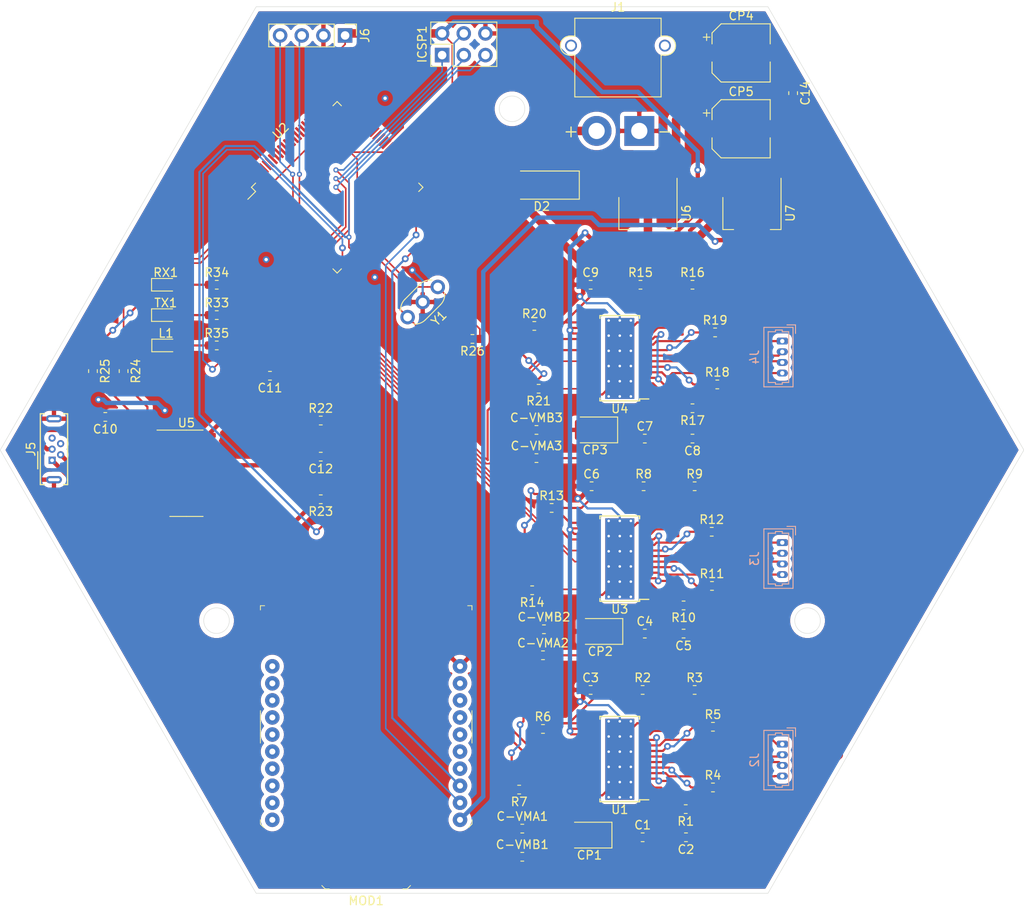
<source format=kicad_pcb>
(kicad_pcb (version 20171130) (host pcbnew "(5.1.5)-3")
  (layers (0 F.Cu signal) (31 B.Cu signal) (34 B.Paste user) (35 F.Paste user) (36 B.SilkS user) (37 F.SilkS user) (38 B.Mask user) (39 F.Mask user) (44 Edge.Cuts user))
  (net 0 "")
  (net 1 "Net-(C1-Pad2)")
  (net 2 "Net-(C1-Pad1)")
  (net 3 "Net-(C2-Pad2)")
  (net 4 +12V)
  (net 5 /StepperMotorDriver1/V3P3OUT)
  (net 6 GND)
  (net 7 "Net-(C4-Pad2)")
  (net 8 "Net-(C4-Pad1)")
  (net 9 "Net-(C5-Pad2)")
  (net 10 /StepperMotorDriver2/V3P3OUT)
  (net 11 "Net-(C7-Pad2)")
  (net 12 "Net-(C7-Pad1)")
  (net 13 "Net-(C8-Pad2)")
  (net 14 /StepperMotorDriver3/V3P3OUT)
  (net 15 "Net-(C10-Pad1)")
  (net 16 +5V)
  (net 17 "Net-(C12-Pad2)")
  (net 18 /RESET)
  (net 19 "Net-(C14-Pad1)")
  (net 20 +3V3)
  (net 21 /MOSI)
  (net 22 /SCK)
  (net 23 /MISO)
  (net 24 "Net-(J2-Pad4)")
  (net 25 "Net-(J2-Pad3)")
  (net 26 "Net-(J2-Pad2)")
  (net 27 "Net-(J2-Pad1)")
  (net 28 "Net-(J3-Pad4)")
  (net 29 "Net-(J3-Pad3)")
  (net 30 "Net-(J3-Pad2)")
  (net 31 "Net-(J3-Pad1)")
  (net 32 "Net-(J4-Pad4)")
  (net 33 "Net-(J4-Pad3)")
  (net 34 "Net-(J4-Pad2)")
  (net 35 "Net-(J4-Pad1)")
  (net 36 "Net-(J5-Pad3)")
  (net 37 "Net-(J5-Pad2)")
  (net 38 /RX2)
  (net 39 /TX2)
  (net 40 "Net-(L1-Pad2)")
  (net 41 /TX1)
  (net 42 /RX1)
  (net 43 "Net-(R2-Pad2)")
  (net 44 "Net-(R4-Pad1)")
  (net 45 "Net-(R5-Pad1)")
  (net 46 "Net-(R6-Pad1)")
  (net 47 "Net-(R7-Pad1)")
  (net 48 "Net-(R8-Pad2)")
  (net 49 "Net-(R11-Pad1)")
  (net 50 "Net-(R12-Pad1)")
  (net 51 "Net-(R13-Pad1)")
  (net 52 "Net-(R14-Pad1)")
  (net 53 "Net-(R15-Pad2)")
  (net 54 "Net-(R18-Pad1)")
  (net 55 "Net-(R19-Pad1)")
  (net 56 "Net-(R20-Pad1)")
  (net 57 "Net-(R21-Pad1)")
  (net 58 /TX0)
  (net 59 /RX0)
  (net 60 "Net-(R26-Pad2)")
  (net 61 "Net-(R26-Pad1)")
  (net 62 "Net-(R33-Pad1)")
  (net 63 "Net-(R34-Pad1)")
  (net 64 /D13)
  (net 65 /D6)
  (net 66 /D7)
  (net 67 /D11)
  (net 68 /D10)
  (net 69 /D9)
  (net 70 /D8)
  (net 71 "Net-(R24-Pad2)")
  (net 72 "Net-(R25-Pad2)")
  (module Crystal:Resonator_muRata_CSTLSxxxX-3Pin_W5.5mm_H3.0mm (layer F.Cu) (at 66.294 55.88 225)
    (fp_text reference Y1 (at 2.5 -2.7 45) (layer F.SilkS))
    (fp_text value CSTLS16M0X51-B0)
    (pad 3 thru_hole circle (at 5 0 225) (size 1.7 1.7) (drill 1) (layers *.Cu *.Mask) (net 60 "Net-(R26-Pad2)"))
    (pad 2 thru_hole circle (at 2.5 0 225) (size 1.7 1.7) (drill 1) (layers *.Cu *.Mask) (net 6 GND))
    (pad 1 thru_hole circle (at 0 0 225) (size 1.7 1.7) (drill 1) (layers *.Cu *.Mask) (net 61 "Net-(R26-Pad1)"))
  )
  (module Package_TO_SOT_SMD:SOT-223-3_TabPin2 (layer F.Cu) (at 103.124 47.244 270)
    (fp_text reference U7 (at 0 -4.5 90) (layer F.SilkS))
    (fp_text value AMS1117-3.3)
    (pad 1 smd rect (at -3.15 -2.3 270) (size 2 1.5) (layers F.Cu F.Paste F.Mask) (net 6 GND))
    (pad 3 smd rect (at -3.15 2.3 270) (size 2 1.5) (layers F.Cu F.Paste F.Mask) (net 16 +5V))
    (pad 2 smd rect (at -3.15 0 270) (size 2 1.5) (layers F.Cu F.Paste F.Mask) (net 20 +3V3))
    (pad 2 smd rect (at 3.15 0 270) (size 2 3.8) (layers F.Cu F.Paste F.Mask) (net 20 +3V3))
  )
  (module Package_TO_SOT_SMD:SOT-223-3_TabPin2 (layer F.Cu) (at 90.932 47.244 270)
    (fp_text reference U6 (at 0 -4.5 90) (layer F.SilkS))
    (fp_text value AMS1117-5.0)
    (pad 1 smd rect (at -3.15 -2.3 270) (size 2 1.5) (layers F.Cu F.Paste F.Mask) (net 6 GND))
    (pad 3 smd rect (at -3.15 2.3 270) (size 2 1.5) (layers F.Cu F.Paste F.Mask) (net 19 "Net-(C14-Pad1)"))
    (pad 2 smd rect (at -3.15 0 270) (size 2 1.5) (layers F.Cu F.Paste F.Mask) (net 16 +5V))
    (pad 2 smd rect (at 3.15 0 270) (size 2 3.8) (layers F.Cu F.Paste F.Mask) (net 16 +5V))
  )
  (module Package_SO:SOIC-16_3.9x9.9mm_P1.27mm (layer F.Cu) (at 36.83 77.724)
    (fp_text reference U5 (at 0 -5.9) (layer F.SilkS))
    (fp_text value CH340C)
    (pad 16 smd roundrect (at 2.475 -4.445) (size 1.95 0.6) (layers F.Cu F.Paste F.Mask) (net 16 +5V))
    (pad 15 smd roundrect (at 2.475 -3.175) (size 1.95 0.6) (layers F.Cu F.Paste F.Mask))
    (pad 14 smd roundrect (at 2.475 -1.905) (size 1.95 0.6) (layers F.Cu F.Paste F.Mask))
    (pad 13 smd roundrect (at 2.475 -0.635) (size 1.95 0.6) (layers F.Cu F.Paste F.Mask) (net 17 "Net-(C12-Pad2)"))
    (pad 12 smd roundrect (at 2.475 0.635) (size 1.95 0.6) (layers F.Cu F.Paste F.Mask))
    (pad 11 smd roundrect (at 2.475 1.905) (size 1.95 0.6) (layers F.Cu F.Paste F.Mask))
    (pad 10 smd roundrect (at 2.475 3.175) (size 1.95 0.6) (layers F.Cu F.Paste F.Mask))
    (pad 9 smd roundrect (at 2.475 4.445) (size 1.95 0.6) (layers F.Cu F.Paste F.Mask))
    (pad 8 smd roundrect (at -2.475 4.445) (size 1.95 0.6) (layers F.Cu F.Paste F.Mask))
    (pad 7 smd roundrect (at -2.475 3.175) (size 1.95 0.6) (layers F.Cu F.Paste F.Mask))
    (pad 6 smd roundrect (at -2.475 1.905) (size 1.95 0.6) (layers F.Cu F.Paste F.Mask) (net 37 "Net-(J5-Pad2)"))
    (pad 5 smd roundrect (at -2.475 0.635) (size 1.95 0.6) (layers F.Cu F.Paste F.Mask) (net 36 "Net-(J5-Pad3)"))
    (pad 4 smd roundrect (at -2.475 -0.635) (size 1.95 0.6) (layers F.Cu F.Paste F.Mask) (net 15 "Net-(C10-Pad1)"))
    (pad 3 smd roundrect (at -2.475 -1.905) (size 1.95 0.6) (layers F.Cu F.Paste F.Mask) (net 72 "Net-(R25-Pad2)"))
    (pad 2 smd roundrect (at -2.475 -3.175) (size 1.95 0.6) (layers F.Cu F.Paste F.Mask) (net 71 "Net-(R24-Pad2)"))
    (pad 1 smd roundrect (at -2.475 -4.445) (size 1.95 0.6) (layers F.Cu F.Paste F.Mask) (net 6 GND))
  )
  (module Package_SO:HTSSOP-28-1EP_4.4x9.7mm_P0.65mm_EP3.4x9.5mm_ThermalVias (layer F.Cu) (at 87.63 64.262 180)
    (fp_text reference U4 (at 0 -5.9) (layer F.SilkS))
    (fp_text value DRV8825PWPR)
    (pad 29 smd rect (at 0 0 180) (size 3.4 9.5) (layers B.Cu) (net 6 GND))
    (pad 29 thru_hole circle (at -1.3 4.45 180) (size 0.6 0.6) (drill 0.3) (layers *.Cu) (net 6 GND))
    (pad 29 thru_hole circle (at 0 4.45 180) (size 0.6 0.6) (drill 0.3) (layers *.Cu) (net 6 GND))
    (pad 29 thru_hole circle (at 1.3 4.45 180) (size 0.6 0.6) (drill 0.3) (layers *.Cu) (net 6 GND))
    (pad 29 thru_hole circle (at -1.3 2.67 180) (size 0.6 0.6) (drill 0.3) (layers *.Cu) (net 6 GND))
    (pad 29 thru_hole circle (at 0 2.67 180) (size 0.6 0.6) (drill 0.3) (layers *.Cu) (net 6 GND))
    (pad 29 thru_hole circle (at 1.3 2.67 180) (size 0.6 0.6) (drill 0.3) (layers *.Cu) (net 6 GND))
    (pad 29 thru_hole circle (at -1.3 0.89 180) (size 0.6 0.6) (drill 0.3) (layers *.Cu) (net 6 GND))
    (pad 29 thru_hole circle (at 0 0.89 180) (size 0.6 0.6) (drill 0.3) (layers *.Cu) (net 6 GND))
    (pad 29 thru_hole circle (at 1.3 0.89 180) (size 0.6 0.6) (drill 0.3) (layers *.Cu) (net 6 GND))
    (pad 29 thru_hole circle (at -1.3 -0.89 180) (size 0.6 0.6) (drill 0.3) (layers *.Cu) (net 6 GND))
    (pad 29 thru_hole circle (at 0 -0.89 180) (size 0.6 0.6) (drill 0.3) (layers *.Cu) (net 6 GND))
    (pad 29 thru_hole circle (at 1.3 -0.89 180) (size 0.6 0.6) (drill 0.3) (layers *.Cu) (net 6 GND))
    (pad 29 thru_hole circle (at -1.3 -2.67 180) (size 0.6 0.6) (drill 0.3) (layers *.Cu) (net 6 GND))
    (pad 29 thru_hole circle (at 0 -2.67 180) (size 0.6 0.6) (drill 0.3) (layers *.Cu) (net 6 GND))
    (pad 29 thru_hole circle (at 1.3 -2.67 180) (size 0.6 0.6) (drill 0.3) (layers *.Cu) (net 6 GND))
    (pad 29 thru_hole circle (at 1.3 -4.45 180) (size 0.6 0.6) (drill 0.3) (layers *.Cu) (net 6 GND))
    (pad 29 thru_hole circle (at 0 -4.45 180) (size 0.6 0.6) (drill 0.3) (layers *.Cu) (net 6 GND))
    (pad 29 thru_hole circle (at -1.3 -4.45 180) (size 0.6 0.6) (drill 0.3) (layers *.Cu) (net 6 GND))
    (pad 29 smd rect (at 0 0 180) (size 3.4 9.5) (layers F.Cu F.Mask) (net 6 GND))
    (pad 28 smd rect (at 2.85 -4.225 180) (size 1.1 0.4) (layers F.Cu F.Paste F.Mask) (net 6 GND))
    (pad 27 smd rect (at 2.85 -3.575 180) (size 1.1 0.4) (layers F.Cu F.Paste F.Mask) (net 57 "Net-(R21-Pad1)"))
    (pad 26 smd rect (at 2.85 -2.925 180) (size 1.1 0.4) (layers F.Cu F.Paste F.Mask))
    (pad 25 smd rect (at 2.85 -2.275 180) (size 1.1 0.4) (layers F.Cu F.Paste F.Mask))
    (pad 24 smd rect (at 2.85 -1.625 180) (size 1.1 0.4) (layers F.Cu F.Paste F.Mask))
    (pad 23 smd rect (at 2.85 -0.975 180) (size 1.1 0.4) (layers F.Cu F.Paste F.Mask))
    (pad 22 smd rect (at 2.85 -0.325 180) (size 1.1 0.4) (layers F.Cu F.Paste F.Mask) (net 68 /D10))
    (pad 21 smd rect (at 2.85 0.325 180) (size 1.1 0.4) (layers F.Cu F.Paste F.Mask))
    (pad 20 smd rect (at 2.85 0.975 180) (size 1.1 0.4) (layers F.Cu F.Paste F.Mask) (net 67 /D11))
    (pad 19 smd rect (at 2.85 1.625 180) (size 1.1 0.4) (layers F.Cu F.Paste F.Mask))
    (pad 18 smd rect (at 2.85 2.275 180) (size 1.1 0.4) (layers F.Cu F.Paste F.Mask) (net 56 "Net-(R20-Pad1)"))
    (pad 17 smd rect (at 2.85 2.925 180) (size 1.1 0.4) (layers F.Cu F.Paste F.Mask) (net 16 +5V))
    (pad 16 smd rect (at 2.85 3.575 180) (size 1.1 0.4) (layers F.Cu F.Paste F.Mask) (net 16 +5V))
    (pad 15 smd rect (at 2.85 4.225 180) (size 1.1 0.4) (layers F.Cu F.Paste F.Mask) (net 14 /StepperMotorDriver3/V3P3OUT))
    (pad 14 smd rect (at -2.85 4.225 180) (size 1.1 0.4) (layers F.Cu F.Paste F.Mask) (net 6 GND))
    (pad 13 smd rect (at -2.85 3.575 180) (size 1.1 0.4) (layers F.Cu F.Paste F.Mask) (net 53 "Net-(R15-Pad2)"))
    (pad 12 smd rect (at -2.85 2.925 180) (size 1.1 0.4) (layers F.Cu F.Paste F.Mask) (net 53 "Net-(R15-Pad2)"))
    (pad 11 smd rect (at -2.85 2.275 180) (size 1.1 0.4) (layers F.Cu F.Paste F.Mask) (net 4 +12V))
    (pad 10 smd rect (at -2.85 1.625 180) (size 1.1 0.4) (layers F.Cu F.Paste F.Mask) (net 35 "Net-(J4-Pad1)"))
    (pad 9 smd rect (at -2.85 0.975 180) (size 1.1 0.4) (layers F.Cu F.Paste F.Mask) (net 55 "Net-(R19-Pad1)"))
    (pad 8 smd rect (at -2.85 0.325 180) (size 1.1 0.4) (layers F.Cu F.Paste F.Mask) (net 34 "Net-(J4-Pad2)"))
    (pad 7 smd rect (at -2.85 -0.325 180) (size 1.1 0.4) (layers F.Cu F.Paste F.Mask) (net 33 "Net-(J4-Pad3)"))
    (pad 6 smd rect (at -2.85 -0.975 180) (size 1.1 0.4) (layers F.Cu F.Paste F.Mask) (net 54 "Net-(R18-Pad1)"))
    (pad 5 smd rect (at -2.85 -1.625 180) (size 1.1 0.4) (layers F.Cu F.Paste F.Mask) (net 32 "Net-(J4-Pad4)"))
    (pad 4 smd rect (at -2.85 -2.275 180) (size 1.1 0.4) (layers F.Cu F.Paste F.Mask) (net 4 +12V))
    (pad 3 smd rect (at -2.85 -2.925 180) (size 1.1 0.4) (layers F.Cu F.Paste F.Mask) (net 13 "Net-(C8-Pad2)"))
    (pad 2 smd rect (at -2.85 -3.575 180) (size 1.1 0.4) (layers F.Cu F.Paste F.Mask) (net 11 "Net-(C7-Pad2)"))
    (pad 1 smd rect (at -2.85 -4.225 180) (size 1.1 0.4) (layers F.Cu F.Paste F.Mask) (net 12 "Net-(C7-Pad1)"))
  )
  (module Package_SO:HTSSOP-28-1EP_4.4x9.7mm_P0.65mm_EP3.4x9.5mm_ThermalVias (layer F.Cu) (at 87.63 87.757 180)
    (fp_text reference U3 (at 0 -5.9) (layer F.SilkS))
    (fp_text value DRV8825PWPR)
    (pad 29 smd rect (at 0 0 180) (size 3.4 9.5) (layers B.Cu) (net 6 GND))
    (pad 29 thru_hole circle (at -1.3 4.45 180) (size 0.6 0.6) (drill 0.3) (layers *.Cu) (net 6 GND))
    (pad 29 thru_hole circle (at 0 4.45 180) (size 0.6 0.6) (drill 0.3) (layers *.Cu) (net 6 GND))
    (pad 29 thru_hole circle (at 1.3 4.45 180) (size 0.6 0.6) (drill 0.3) (layers *.Cu) (net 6 GND))
    (pad 29 thru_hole circle (at -1.3 2.67 180) (size 0.6 0.6) (drill 0.3) (layers *.Cu) (net 6 GND))
    (pad 29 thru_hole circle (at 0 2.67 180) (size 0.6 0.6) (drill 0.3) (layers *.Cu) (net 6 GND))
    (pad 29 thru_hole circle (at 1.3 2.67 180) (size 0.6 0.6) (drill 0.3) (layers *.Cu) (net 6 GND))
    (pad 29 thru_hole circle (at -1.3 0.89 180) (size 0.6 0.6) (drill 0.3) (layers *.Cu) (net 6 GND))
    (pad 29 thru_hole circle (at 0 0.89 180) (size 0.6 0.6) (drill 0.3) (layers *.Cu) (net 6 GND))
    (pad 29 thru_hole circle (at 1.3 0.89 180) (size 0.6 0.6) (drill 0.3) (layers *.Cu) (net 6 GND))
    (pad 29 thru_hole circle (at -1.3 -0.89 180) (size 0.6 0.6) (drill 0.3) (layers *.Cu) (net 6 GND))
    (pad 29 thru_hole circle (at 0 -0.89 180) (size 0.6 0.6) (drill 0.3) (layers *.Cu) (net 6 GND))
    (pad 29 thru_hole circle (at 1.3 -0.89 180) (size 0.6 0.6) (drill 0.3) (layers *.Cu) (net 6 GND))
    (pad 29 thru_hole circle (at -1.3 -2.67 180) (size 0.6 0.6) (drill 0.3) (layers *.Cu) (net 6 GND))
    (pad 29 thru_hole circle (at 0 -2.67 180) (size 0.6 0.6) (drill 0.3) (layers *.Cu) (net 6 GND))
    (pad 29 thru_hole circle (at 1.3 -2.67 180) (size 0.6 0.6) (drill 0.3) (layers *.Cu) (net 6 GND))
    (pad 29 thru_hole circle (at 1.3 -4.45 180) (size 0.6 0.6) (drill 0.3) (layers *.Cu) (net 6 GND))
    (pad 29 thru_hole circle (at 0 -4.45 180) (size 0.6 0.6) (drill 0.3) (layers *.Cu) (net 6 GND))
    (pad 29 thru_hole circle (at -1.3 -4.45 180) (size 0.6 0.6) (drill 0.3) (layers *.Cu) (net 6 GND))
    (pad 29 smd rect (at 0 0 180) (size 3.4 9.5) (layers F.Cu F.Mask) (net 6 GND))
    (pad 28 smd rect (at 2.85 -4.225 180) (size 1.1 0.4) (layers F.Cu F.Paste F.Mask) (net 6 GND))
    (pad 27 smd rect (at 2.85 -3.575 180) (size 1.1 0.4) (layers F.Cu F.Paste F.Mask) (net 52 "Net-(R14-Pad1)"))
    (pad 26 smd rect (at 2.85 -2.925 180) (size 1.1 0.4) (layers F.Cu F.Paste F.Mask))
    (pad 25 smd rect (at 2.85 -2.275 180) (size 1.1 0.4) (layers F.Cu F.Paste F.Mask))
    (pad 24 smd rect (at 2.85 -1.625 180) (size 1.1 0.4) (layers F.Cu F.Paste F.Mask))
    (pad 23 smd rect (at 2.85 -0.975 180) (size 1.1 0.4) (layers F.Cu F.Paste F.Mask))
    (pad 22 smd rect (at 2.85 -0.325 180) (size 1.1 0.4) (layers F.Cu F.Paste F.Mask) (net 70 /D8))
    (pad 21 smd rect (at 2.85 0.325 180) (size 1.1 0.4) (layers F.Cu F.Paste F.Mask))
    (pad 20 smd rect (at 2.85 0.975 180) (size 1.1 0.4) (layers F.Cu F.Paste F.Mask) (net 69 /D9))
    (pad 19 smd rect (at 2.85 1.625 180) (size 1.1 0.4) (layers F.Cu F.Paste F.Mask))
    (pad 18 smd rect (at 2.85 2.275 180) (size 1.1 0.4) (layers F.Cu F.Paste F.Mask) (net 51 "Net-(R13-Pad1)"))
    (pad 17 smd rect (at 2.85 2.925 180) (size 1.1 0.4) (layers F.Cu F.Paste F.Mask) (net 16 +5V))
    (pad 16 smd rect (at 2.85 3.575 180) (size 1.1 0.4) (layers F.Cu F.Paste F.Mask) (net 16 +5V))
    (pad 15 smd rect (at 2.85 4.225 180) (size 1.1 0.4) (layers F.Cu F.Paste F.Mask) (net 10 /StepperMotorDriver2/V3P3OUT))
    (pad 14 smd rect (at -2.85 4.225 180) (size 1.1 0.4) (layers F.Cu F.Paste F.Mask) (net 6 GND))
    (pad 13 smd rect (at -2.85 3.575 180) (size 1.1 0.4) (layers F.Cu F.Paste F.Mask) (net 48 "Net-(R8-Pad2)"))
    (pad 12 smd rect (at -2.85 2.925 180) (size 1.1 0.4) (layers F.Cu F.Paste F.Mask) (net 48 "Net-(R8-Pad2)"))
    (pad 11 smd rect (at -2.85 2.275 180) (size 1.1 0.4) (layers F.Cu F.Paste F.Mask) (net 4 +12V))
    (pad 10 smd rect (at -2.85 1.625 180) (size 1.1 0.4) (layers F.Cu F.Paste F.Mask) (net 31 "Net-(J3-Pad1)"))
    (pad 9 smd rect (at -2.85 0.975 180) (size 1.1 0.4) (layers F.Cu F.Paste F.Mask) (net 50 "Net-(R12-Pad1)"))
    (pad 8 smd rect (at -2.85 0.325 180) (size 1.1 0.4) (layers F.Cu F.Paste F.Mask) (net 30 "Net-(J3-Pad2)"))
    (pad 7 smd rect (at -2.85 -0.325 180) (size 1.1 0.4) (layers F.Cu F.Paste F.Mask) (net 29 "Net-(J3-Pad3)"))
    (pad 6 smd rect (at -2.85 -0.975 180) (size 1.1 0.4) (layers F.Cu F.Paste F.Mask) (net 49 "Net-(R11-Pad1)"))
    (pad 5 smd rect (at -2.85 -1.625 180) (size 1.1 0.4) (layers F.Cu F.Paste F.Mask) (net 28 "Net-(J3-Pad4)"))
    (pad 4 smd rect (at -2.85 -2.275 180) (size 1.1 0.4) (layers F.Cu F.Paste F.Mask) (net 4 +12V))
    (pad 3 smd rect (at -2.85 -2.925 180) (size 1.1 0.4) (layers F.Cu F.Paste F.Mask) (net 9 "Net-(C5-Pad2)"))
    (pad 2 smd rect (at -2.85 -3.575 180) (size 1.1 0.4) (layers F.Cu F.Paste F.Mask) (net 7 "Net-(C4-Pad2)"))
    (pad 1 smd rect (at -2.85 -4.225 180) (size 1.1 0.4) (layers F.Cu F.Paste F.Mask) (net 8 "Net-(C4-Pad1)"))
  )
  (module Package_QFP:TQFP-100_14x14mm_P0.5mm (layer F.Cu) (at 54.5 44.2 45)
    (fp_text reference U2 (at 0 -9.35 45) (layer F.SilkS))
    (fp_text value ATmega2560-16AU)
    (pad 100 smd roundrect (at -6 -7.6625 45) (size 0.3 1.475) (layers F.Cu F.Paste F.Mask) (net 16 +5V))
    (pad 99 smd roundrect (at -5.5 -7.6625 45) (size 0.3 1.475) (layers F.Cu F.Paste F.Mask) (net 6 GND))
    (pad 98 smd roundrect (at -5 -7.6625 45) (size 0.3 1.475) (layers F.Cu F.Paste F.Mask))
    (pad 97 smd roundrect (at -4.5 -7.6625 45) (size 0.3 1.475) (layers F.Cu F.Paste F.Mask))
    (pad 96 smd roundrect (at -4 -7.6625 45) (size 0.3 1.475) (layers F.Cu F.Paste F.Mask))
    (pad 95 smd roundrect (at -3.5 -7.6625 45) (size 0.3 1.475) (layers F.Cu F.Paste F.Mask))
    (pad 94 smd roundrect (at -3 -7.6625 45) (size 0.3 1.475) (layers F.Cu F.Paste F.Mask))
    (pad 93 smd roundrect (at -2.5 -7.6625 45) (size 0.3 1.475) (layers F.Cu F.Paste F.Mask))
    (pad 92 smd roundrect (at -2 -7.6625 45) (size 0.3 1.475) (layers F.Cu F.Paste F.Mask))
    (pad 91 smd roundrect (at -1.5 -7.6625 45) (size 0.3 1.475) (layers F.Cu F.Paste F.Mask))
    (pad 90 smd roundrect (at -1 -7.6625 45) (size 0.3 1.475) (layers F.Cu F.Paste F.Mask))
    (pad 89 smd roundrect (at -0.5 -7.6625 45) (size 0.3 1.475) (layers F.Cu F.Paste F.Mask))
    (pad 88 smd roundrect (at 0 -7.6625 45) (size 0.3 1.475) (layers F.Cu F.Paste F.Mask))
    (pad 87 smd roundrect (at 0.5 -7.6625 45) (size 0.3 1.475) (layers F.Cu F.Paste F.Mask))
    (pad 86 smd roundrect (at 1 -7.6625 45) (size 0.3 1.475) (layers F.Cu F.Paste F.Mask))
    (pad 85 smd roundrect (at 1.5 -7.6625 45) (size 0.3 1.475) (layers F.Cu F.Paste F.Mask))
    (pad 84 smd roundrect (at 2 -7.6625 45) (size 0.3 1.475) (layers F.Cu F.Paste F.Mask))
    (pad 83 smd roundrect (at 2.5 -7.6625 45) (size 0.3 1.475) (layers F.Cu F.Paste F.Mask))
    (pad 82 smd roundrect (at 3 -7.6625 45) (size 0.3 1.475) (layers F.Cu F.Paste F.Mask))
    (pad 81 smd roundrect (at 3.5 -7.6625 45) (size 0.3 1.475) (layers F.Cu F.Paste F.Mask) (net 6 GND))
    (pad 80 smd roundrect (at 4 -7.6625 45) (size 0.3 1.475) (layers F.Cu F.Paste F.Mask) (net 16 +5V))
    (pad 79 smd roundrect (at 4.5 -7.6625 45) (size 0.3 1.475) (layers F.Cu F.Paste F.Mask))
    (pad 78 smd roundrect (at 5 -7.6625 45) (size 0.3 1.475) (layers F.Cu F.Paste F.Mask))
    (pad 77 smd roundrect (at 5.5 -7.6625 45) (size 0.3 1.475) (layers F.Cu F.Paste F.Mask))
    (pad 76 smd roundrect (at 6 -7.6625 45) (size 0.3 1.475) (layers F.Cu F.Paste F.Mask))
    (pad 75 smd roundrect (at 7.6625 -6 45) (size 1.475 0.3) (layers F.Cu F.Paste F.Mask))
    (pad 74 smd roundrect (at 7.6625 -5.5 45) (size 1.475 0.3) (layers F.Cu F.Paste F.Mask))
    (pad 73 smd roundrect (at 7.6625 -5 45) (size 1.475 0.3) (layers F.Cu F.Paste F.Mask))
    (pad 72 smd roundrect (at 7.6625 -4.5 45) (size 1.475 0.3) (layers F.Cu F.Paste F.Mask))
    (pad 71 smd roundrect (at 7.6625 -4 45) (size 1.475 0.3) (layers F.Cu F.Paste F.Mask))
    (pad 70 smd roundrect (at 7.6625 -3.5 45) (size 1.475 0.3) (layers F.Cu F.Paste F.Mask))
    (pad 69 smd roundrect (at 7.6625 -3 45) (size 1.475 0.3) (layers F.Cu F.Paste F.Mask))
    (pad 68 smd roundrect (at 7.6625 -2.5 45) (size 1.475 0.3) (layers F.Cu F.Paste F.Mask))
    (pad 67 smd roundrect (at 7.6625 -2 45) (size 1.475 0.3) (layers F.Cu F.Paste F.Mask))
    (pad 66 smd roundrect (at 7.6625 -1.5 45) (size 1.475 0.3) (layers F.Cu F.Paste F.Mask))
    (pad 65 smd roundrect (at 7.6625 -1 45) (size 1.475 0.3) (layers F.Cu F.Paste F.Mask))
    (pad 64 smd roundrect (at 7.6625 -0.5 45) (size 1.475 0.3) (layers F.Cu F.Paste F.Mask))
    (pad 63 smd roundrect (at 7.6625 0 45) (size 1.475 0.3) (layers F.Cu F.Paste F.Mask))
    (pad 62 smd roundrect (at 7.6625 0.5 45) (size 1.475 0.3) (layers F.Cu F.Paste F.Mask) (net 6 GND))
    (pad 61 smd roundrect (at 7.6625 1 45) (size 1.475 0.3) (layers F.Cu F.Paste F.Mask) (net 16 +5V))
    (pad 60 smd roundrect (at 7.6625 1.5 45) (size 1.475 0.3) (layers F.Cu F.Paste F.Mask))
    (pad 59 smd roundrect (at 7.6625 2 45) (size 1.475 0.3) (layers F.Cu F.Paste F.Mask))
    (pad 58 smd roundrect (at 7.6625 2.5 45) (size 1.475 0.3) (layers F.Cu F.Paste F.Mask))
    (pad 57 smd roundrect (at 7.6625 3 45) (size 1.475 0.3) (layers F.Cu F.Paste F.Mask))
    (pad 56 smd roundrect (at 7.6625 3.5 45) (size 1.475 0.3) (layers F.Cu F.Paste F.Mask))
    (pad 55 smd roundrect (at 7.6625 4 45) (size 1.475 0.3) (layers F.Cu F.Paste F.Mask))
    (pad 54 smd roundrect (at 7.6625 4.5 45) (size 1.475 0.3) (layers F.Cu F.Paste F.Mask))
    (pad 53 smd roundrect (at 7.6625 5 45) (size 1.475 0.3) (layers F.Cu F.Paste F.Mask))
    (pad 52 smd roundrect (at 7.6625 5.5 45) (size 1.475 0.3) (layers F.Cu F.Paste F.Mask))
    (pad 51 smd roundrect (at 7.6625 6 45) (size 1.475 0.3) (layers F.Cu F.Paste F.Mask))
    (pad 50 smd roundrect (at 6 7.6625 45) (size 0.3 1.475) (layers F.Cu F.Paste F.Mask))
    (pad 49 smd roundrect (at 5.5 7.6625 45) (size 0.3 1.475) (layers F.Cu F.Paste F.Mask))
    (pad 48 smd roundrect (at 5 7.6625 45) (size 0.3 1.475) (layers F.Cu F.Paste F.Mask))
    (pad 47 smd roundrect (at 4.5 7.6625 45) (size 0.3 1.475) (layers F.Cu F.Paste F.Mask))
    (pad 46 smd roundrect (at 4 7.6625 45) (size 0.3 1.475) (layers F.Cu F.Paste F.Mask) (net 41 /TX1))
    (pad 45 smd roundrect (at 3.5 7.6625 45) (size 0.3 1.475) (layers F.Cu F.Paste F.Mask) (net 42 /RX1))
    (pad 44 smd roundrect (at 3 7.6625 45) (size 0.3 1.475) (layers F.Cu F.Paste F.Mask))
    (pad 43 smd roundrect (at 2.5 7.6625 45) (size 0.3 1.475) (layers F.Cu F.Paste F.Mask))
    (pad 42 smd roundrect (at 2 7.6625 45) (size 0.3 1.475) (layers F.Cu F.Paste F.Mask))
    (pad 41 smd roundrect (at 1.5 7.6625 45) (size 0.3 1.475) (layers F.Cu F.Paste F.Mask))
    (pad 40 smd roundrect (at 1 7.6625 45) (size 0.3 1.475) (layers F.Cu F.Paste F.Mask))
    (pad 39 smd roundrect (at 0.5 7.6625 45) (size 0.3 1.475) (layers F.Cu F.Paste F.Mask))
    (pad 38 smd roundrect (at 0 7.6625 45) (size 0.3 1.475) (layers F.Cu F.Paste F.Mask))
    (pad 37 smd roundrect (at -0.5 7.6625 45) (size 0.3 1.475) (layers F.Cu F.Paste F.Mask))
    (pad 36 smd roundrect (at -1 7.6625 45) (size 0.3 1.475) (layers F.Cu F.Paste F.Mask))
    (pad 35 smd roundrect (at -1.5 7.6625 45) (size 0.3 1.475) (layers F.Cu F.Paste F.Mask))
    (pad 34 smd roundrect (at -2 7.6625 45) (size 0.3 1.475) (layers F.Cu F.Paste F.Mask) (net 61 "Net-(R26-Pad1)"))
    (pad 33 smd roundrect (at -2.5 7.6625 45) (size 0.3 1.475) (layers F.Cu F.Paste F.Mask) (net 60 "Net-(R26-Pad2)"))
    (pad 32 smd roundrect (at -3 7.6625 45) (size 0.3 1.475) (layers F.Cu F.Paste F.Mask) (net 6 GND))
    (pad 31 smd roundrect (at -3.5 7.6625 45) (size 0.3 1.475) (layers F.Cu F.Paste F.Mask) (net 16 +5V))
    (pad 30 smd roundrect (at -4 7.6625 45) (size 0.3 1.475) (layers F.Cu F.Paste F.Mask) (net 18 /RESET))
    (pad 29 smd roundrect (at -4.5 7.6625 45) (size 0.3 1.475) (layers F.Cu F.Paste F.Mask))
    (pad 28 smd roundrect (at -5 7.6625 45) (size 0.3 1.475) (layers F.Cu F.Paste F.Mask))
    (pad 27 smd roundrect (at -5.5 7.6625 45) (size 0.3 1.475) (layers F.Cu F.Paste F.Mask))
    (pad 26 smd roundrect (at -6 7.6625 45) (size 0.3 1.475) (layers F.Cu F.Paste F.Mask) (net 64 /D13))
    (pad 25 smd roundrect (at -7.6625 6 45) (size 1.475 0.3) (layers F.Cu F.Paste F.Mask))
    (pad 24 smd roundrect (at -7.6625 5.5 45) (size 1.475 0.3) (layers F.Cu F.Paste F.Mask) (net 67 /D11))
    (pad 23 smd roundrect (at -7.6625 5 45) (size 1.475 0.3) (layers F.Cu F.Paste F.Mask) (net 68 /D10))
    (pad 22 smd roundrect (at -7.6625 4.5 45) (size 1.475 0.3) (layers F.Cu F.Paste F.Mask) (net 23 /MISO))
    (pad 21 smd roundrect (at -7.6625 4 45) (size 1.475 0.3) (layers F.Cu F.Paste F.Mask) (net 21 /MOSI))
    (pad 20 smd roundrect (at -7.6625 3.5 45) (size 1.475 0.3) (layers F.Cu F.Paste F.Mask) (net 22 /SCK))
    (pad 19 smd roundrect (at -7.6625 3 45) (size 1.475 0.3) (layers F.Cu F.Paste F.Mask))
    (pad 18 smd roundrect (at -7.6625 2.5 45) (size 1.475 0.3) (layers F.Cu F.Paste F.Mask) (net 69 /D9))
    (pad 17 smd roundrect (at -7.6625 2 45) (size 1.475 0.3) (layers F.Cu F.Paste F.Mask) (net 70 /D8))
    (pad 16 smd roundrect (at -7.6625 1.5 45) (size 1.475 0.3) (layers F.Cu F.Paste F.Mask) (net 66 /D7))
    (pad 15 smd roundrect (at -7.6625 1 45) (size 1.475 0.3) (layers F.Cu F.Paste F.Mask) (net 65 /D6))
    (pad 14 smd roundrect (at -7.6625 0.5 45) (size 1.475 0.3) (layers F.Cu F.Paste F.Mask))
    (pad 13 smd roundrect (at -7.6625 0 45) (size 1.475 0.3) (layers F.Cu F.Paste F.Mask) (net 39 /TX2))
    (pad 12 smd roundrect (at -7.6625 -0.5 45) (size 1.475 0.3) (layers F.Cu F.Paste F.Mask) (net 38 /RX2))
    (pad 11 smd roundrect (at -7.6625 -1 45) (size 1.475 0.3) (layers F.Cu F.Paste F.Mask) (net 6 GND))
    (pad 10 smd roundrect (at -7.6625 -1.5 45) (size 1.475 0.3) (layers F.Cu F.Paste F.Mask) (net 16 +5V))
    (pad 9 smd roundrect (at -7.6625 -2 45) (size 1.475 0.3) (layers F.Cu F.Paste F.Mask))
    (pad 8 smd roundrect (at -7.6625 -2.5 45) (size 1.475 0.3) (layers F.Cu F.Paste F.Mask))
    (pad 7 smd roundrect (at -7.6625 -3 45) (size 1.475 0.3) (layers F.Cu F.Paste F.Mask))
    (pad 6 smd roundrect (at -7.6625 -3.5 45) (size 1.475 0.3) (layers F.Cu F.Paste F.Mask))
    (pad 5 smd roundrect (at -7.6625 -4 45) (size 1.475 0.3) (layers F.Cu F.Paste F.Mask))
    (pad 4 smd roundrect (at -7.6625 -4.5 45) (size 1.475 0.3) (layers F.Cu F.Paste F.Mask))
    (pad 3 smd roundrect (at -7.6625 -5 45) (size 1.475 0.3) (layers F.Cu F.Paste F.Mask) (net 58 /TX0))
    (pad 2 smd roundrect (at -7.6625 -5.5 45) (size 1.475 0.3) (layers F.Cu F.Paste F.Mask) (net 59 /RX0))
    (pad 1 smd roundrect (at -7.6625 -6 45) (size 1.475 0.3) (layers F.Cu F.Paste F.Mask))
  )
  (module Package_SO:HTSSOP-28-1EP_4.4x9.7mm_P0.65mm_EP3.4x9.5mm_ThermalVias (layer F.Cu) (at 87.63 111.252 180)
    (fp_text reference U1 (at 0 -5.9) (layer F.SilkS))
    (fp_text value DRV8825PWPR)
    (pad 29 smd rect (at 0 0 180) (size 3.4 9.5) (layers B.Cu) (net 6 GND))
    (pad 29 thru_hole circle (at -1.3 4.45 180) (size 0.6 0.6) (drill 0.3) (layers *.Cu) (net 6 GND))
    (pad 29 thru_hole circle (at 0 4.45 180) (size 0.6 0.6) (drill 0.3) (layers *.Cu) (net 6 GND))
    (pad 29 thru_hole circle (at 1.3 4.45 180) (size 0.6 0.6) (drill 0.3) (layers *.Cu) (net 6 GND))
    (pad 29 thru_hole circle (at -1.3 2.67 180) (size 0.6 0.6) (drill 0.3) (layers *.Cu) (net 6 GND))
    (pad 29 thru_hole circle (at 0 2.67 180) (size 0.6 0.6) (drill 0.3) (layers *.Cu) (net 6 GND))
    (pad 29 thru_hole circle (at 1.3 2.67 180) (size 0.6 0.6) (drill 0.3) (layers *.Cu) (net 6 GND))
    (pad 29 thru_hole circle (at -1.3 0.89 180) (size 0.6 0.6) (drill 0.3) (layers *.Cu) (net 6 GND))
    (pad 29 thru_hole circle (at 0 0.89 180) (size 0.6 0.6) (drill 0.3) (layers *.Cu) (net 6 GND))
    (pad 29 thru_hole circle (at 1.3 0.89 180) (size 0.6 0.6) (drill 0.3) (layers *.Cu) (net 6 GND))
    (pad 29 thru_hole circle (at -1.3 -0.89 180) (size 0.6 0.6) (drill 0.3) (layers *.Cu) (net 6 GND))
    (pad 29 thru_hole circle (at 0 -0.89 180) (size 0.6 0.6) (drill 0.3) (layers *.Cu) (net 6 GND))
    (pad 29 thru_hole circle (at 1.3 -0.89 180) (size 0.6 0.6) (drill 0.3) (layers *.Cu) (net 6 GND))
    (pad 29 thru_hole circle (at -1.3 -2.67 180) (size 0.6 0.6) (drill 0.3) (layers *.Cu) (net 6 GND))
    (pad 29 thru_hole circle (at 0 -2.67 180) (size 0.6 0.6) (drill 0.3) (layers *.Cu) (net 6 GND))
    (pad 29 thru_hole circle (at 1.3 -2.67 180) (size 0.6 0.6) (drill 0.3) (layers *.Cu) (net 6 GND))
    (pad 29 thru_hole circle (at 1.3 -4.45 180) (size 0.6 0.6) (drill 0.3) (layers *.Cu) (net 6 GND))
    (pad 29 thru_hole circle (at 0 -4.45 180) (size 0.6 0.6) (drill 0.3) (layers *.Cu) (net 6 GND))
    (pad 29 thru_hole circle (at -1.3 -4.45 180) (size 0.6 0.6) (drill 0.3) (layers *.Cu) (net 6 GND))
    (pad 29 smd rect (at 0 0 180) (size 3.4 9.5) (layers F.Cu F.Mask) (net 6 GND))
    (pad 28 smd rect (at 2.85 -4.225 180) (size 1.1 0.4) (layers F.Cu F.Paste F.Mask) (net 6 GND))
    (pad 27 smd rect (at 2.85 -3.575 180) (size 1.1 0.4) (layers F.Cu F.Paste F.Mask) (net 47 "Net-(R7-Pad1)"))
    (pad 26 smd rect (at 2.85 -2.925 180) (size 1.1 0.4) (layers F.Cu F.Paste F.Mask))
    (pad 25 smd rect (at 2.85 -2.275 180) (size 1.1 0.4) (layers F.Cu F.Paste F.Mask))
    (pad 24 smd rect (at 2.85 -1.625 180) (size 1.1 0.4) (layers F.Cu F.Paste F.Mask))
    (pad 23 smd rect (at 2.85 -0.975 180) (size 1.1 0.4) (layers F.Cu F.Paste F.Mask))
    (pad 22 smd rect (at 2.85 -0.325 180) (size 1.1 0.4) (layers F.Cu F.Paste F.Mask) (net 65 /D6))
    (pad 21 smd rect (at 2.85 0.325 180) (size 1.1 0.4) (layers F.Cu F.Paste F.Mask))
    (pad 20 smd rect (at 2.85 0.975 180) (size 1.1 0.4) (layers F.Cu F.Paste F.Mask) (net 66 /D7))
    (pad 19 smd rect (at 2.85 1.625 180) (size 1.1 0.4) (layers F.Cu F.Paste F.Mask))
    (pad 18 smd rect (at 2.85 2.275 180) (size 1.1 0.4) (layers F.Cu F.Paste F.Mask) (net 46 "Net-(R6-Pad1)"))
    (pad 17 smd rect (at 2.85 2.925 180) (size 1.1 0.4) (layers F.Cu F.Paste F.Mask) (net 16 +5V))
    (pad 16 smd rect (at 2.85 3.575 180) (size 1.1 0.4) (layers F.Cu F.Paste F.Mask) (net 16 +5V))
    (pad 15 smd rect (at 2.85 4.225 180) (size 1.1 0.4) (layers F.Cu F.Paste F.Mask) (net 5 /StepperMotorDriver1/V3P3OUT))
    (pad 14 smd rect (at -2.85 4.225 180) (size 1.1 0.4) (layers F.Cu F.Paste F.Mask) (net 6 GND))
    (pad 13 smd rect (at -2.85 3.575 180) (size 1.1 0.4) (layers F.Cu F.Paste F.Mask) (net 43 "Net-(R2-Pad2)"))
    (pad 12 smd rect (at -2.85 2.925 180) (size 1.1 0.4) (layers F.Cu F.Paste F.Mask) (net 43 "Net-(R2-Pad2)"))
    (pad 11 smd rect (at -2.85 2.275 180) (size 1.1 0.4) (layers F.Cu F.Paste F.Mask) (net 4 +12V))
    (pad 10 smd rect (at -2.85 1.625 180) (size 1.1 0.4) (layers F.Cu F.Paste F.Mask) (net 27 "Net-(J2-Pad1)"))
    (pad 9 smd rect (at -2.85 0.975 180) (size 1.1 0.4) (layers F.Cu F.Paste F.Mask) (net 45 "Net-(R5-Pad1)"))
    (pad 8 smd rect (at -2.85 0.325 180) (size 1.1 0.4) (layers F.Cu F.Paste F.Mask) (net 26 "Net-(J2-Pad2)"))
    (pad 7 smd rect (at -2.85 -0.325 180) (size 1.1 0.4) (layers F.Cu F.Paste F.Mask) (net 25 "Net-(J2-Pad3)"))
    (pad 6 smd rect (at -2.85 -0.975 180) (size 1.1 0.4) (layers F.Cu F.Paste F.Mask) (net 44 "Net-(R4-Pad1)"))
    (pad 5 smd rect (at -2.85 -1.625 180) (size 1.1 0.4) (layers F.Cu F.Paste F.Mask) (net 24 "Net-(J2-Pad4)"))
    (pad 4 smd rect (at -2.85 -2.275 180) (size 1.1 0.4) (layers F.Cu F.Paste F.Mask) (net 4 +12V))
    (pad 3 smd rect (at -2.85 -2.925 180) (size 1.1 0.4) (layers F.Cu F.Paste F.Mask) (net 3 "Net-(C2-Pad2)"))
    (pad 2 smd rect (at -2.85 -3.575 180) (size 1.1 0.4) (layers F.Cu F.Paste F.Mask) (net 1 "Net-(C1-Pad2)"))
    (pad 1 smd rect (at -2.85 -4.225 180) (size 1.1 0.4) (layers F.Cu F.Paste F.Mask) (net 2 "Net-(C1-Pad1)"))
  )
  (module LED_SMD:LED_0603_1608Metric_Pad1.05x0.95mm_HandSolder (layer F.Cu) (at 34.403 59.182)
    (fp_text reference TX1 (at 0 -1.43) (layer F.SilkS))
    (fp_text value LED)
    (pad 2 smd roundrect (at 0.875 0) (size 1.05 0.95) (layers F.Cu F.Paste F.Mask) (net 62 "Net-(R33-Pad1)"))
    (pad 1 smd roundrect (at -0.875 0) (size 1.05 0.95) (layers F.Cu F.Paste F.Mask) (net 59 /RX0))
  )
  (module LED_SMD:LED_0603_1608Metric_Pad1.05x0.95mm_HandSolder (layer F.Cu) (at 34.403 55.626)
    (fp_text reference RX1 (at 0 -1.43) (layer F.SilkS))
    (fp_text value LED)
    (pad 2 smd roundrect (at 0.875 0) (size 1.05 0.95) (layers F.Cu F.Paste F.Mask) (net 63 "Net-(R34-Pad1)"))
    (pad 1 smd roundrect (at -0.875 0) (size 1.05 0.95) (layers F.Cu F.Paste F.Mask) (net 58 /TX0))
  )
  (module Resistor_SMD:R_0603_1608Metric_Pad1.05x0.95mm_HandSolder (layer F.Cu) (at 40.386 62.738)
    (fp_text reference R35 (at 0 -1.43) (layer F.SilkS))
    (fp_text value 1k)
    (pad 2 smd roundrect (at 0.875 0) (size 1.05 0.95) (layers F.Cu F.Paste F.Mask) (net 64 /D13))
    (pad 1 smd roundrect (at -0.875 0) (size 1.05 0.95) (layers F.Cu F.Paste F.Mask) (net 40 "Net-(L1-Pad2)"))
  )
  (module Resistor_SMD:R_0603_1608Metric_Pad1.05x0.95mm_HandSolder (layer F.Cu) (at 40.386 55.626)
    (fp_text reference R34 (at 0 -1.43) (layer F.SilkS))
    (fp_text value 1k)
    (pad 2 smd roundrect (at 0.875 0) (size 1.05 0.95) (layers F.Cu F.Paste F.Mask) (net 16 +5V))
    (pad 1 smd roundrect (at -0.875 0) (size 1.05 0.95) (layers F.Cu F.Paste F.Mask) (net 63 "Net-(R34-Pad1)"))
  )
  (module Resistor_SMD:R_0603_1608Metric_Pad1.05x0.95mm_HandSolder (layer F.Cu) (at 40.386 59.182)
    (fp_text reference R33 (at 0 -1.43) (layer F.SilkS))
    (fp_text value 1k)
    (pad 2 smd roundrect (at 0.875 0) (size 1.05 0.95) (layers F.Cu F.Paste F.Mask) (net 16 +5V))
    (pad 1 smd roundrect (at -0.875 0) (size 1.05 0.95) (layers F.Cu F.Paste F.Mask) (net 62 "Net-(R33-Pad1)"))
  )
  (module Resistor_SMD:R_0603_1608Metric_Pad1.05x0.95mm_HandSolder (layer F.Cu) (at 70.358 61.976 180)
    (fp_text reference R26 (at 0 -1.43) (layer F.SilkS))
    (fp_text value 1M)
    (pad 2 smd roundrect (at 0.875 0 180) (size 1.05 0.95) (layers F.Cu F.Paste F.Mask) (net 60 "Net-(R26-Pad2)"))
    (pad 1 smd roundrect (at -0.875 0 180) (size 1.05 0.95) (layers F.Cu F.Paste F.Mask) (net 61 "Net-(R26-Pad1)"))
  )
  (module Resistor_SMD:R_0603_1608Metric_Pad1.05x0.95mm_HandSolder (layer F.Cu) (at 25.874 65.746 270)
    (fp_text reference R25 (at 0 -1.43 90) (layer F.SilkS))
    (fp_text value 1k)
    (pad 2 smd roundrect (at 0.875 0 270) (size 1.05 0.95) (layers F.Cu F.Paste F.Mask) (net 72 "Net-(R25-Pad2)"))
    (pad 1 smd roundrect (at -0.875 0 270) (size 1.05 0.95) (layers F.Cu F.Paste F.Mask) (net 58 /TX0))
  )
  (module Resistor_SMD:R_0603_1608Metric_Pad1.05x0.95mm_HandSolder (layer F.Cu) (at 29.464 65.746 270)
    (fp_text reference R24 (at 0 -1.43 90) (layer F.SilkS))
    (fp_text value 1k)
    (pad 2 smd roundrect (at 0.875 0 270) (size 1.05 0.95) (layers F.Cu F.Paste F.Mask) (net 71 "Net-(R24-Pad2)"))
    (pad 1 smd roundrect (at -0.875 0 270) (size 1.05 0.95) (layers F.Cu F.Paste F.Mask) (net 59 /RX0))
  )
  (module Resistor_SMD:R_0603_1608Metric_Pad1.05x0.95mm_HandSolder (layer F.Cu) (at 52.578 80.772 180)
    (fp_text reference R23 (at 0 -1.43) (layer F.SilkS))
    (fp_text value 10k)
    (pad 2 smd roundrect (at 0.875 0 180) (size 1.05 0.95) (layers F.Cu F.Paste F.Mask) (net 16 +5V))
    (pad 1 smd roundrect (at -0.875 0 180) (size 1.05 0.95) (layers F.Cu F.Paste F.Mask) (net 18 /RESET))
  )
  (module Resistor_SMD:R_0603_1608Metric_Pad1.05x0.95mm_HandSolder (layer F.Cu) (at 52.578 71.543333)
    (fp_text reference R22 (at 0 -1.43) (layer F.SilkS))
    (fp_text value 1k)
    (pad 2 smd roundrect (at 0.875 0) (size 1.05 0.95) (layers F.Cu F.Paste F.Mask) (net 6 GND))
    (pad 1 smd roundrect (at -0.875 0) (size 1.05 0.95) (layers F.Cu F.Paste F.Mask) (net 17 "Net-(C12-Pad2)"))
  )
  (module Resistor_SMD:R_0603_1608Metric_Pad1.05x0.95mm_HandSolder (layer F.Cu) (at 78.119 67.818 180)
    (fp_text reference R21 (at 0 -1.43) (layer F.SilkS))
    (fp_text value 10K)
    (pad 2 smd roundrect (at 0.875 0 180) (size 1.05 0.95) (layers F.Cu F.Paste F.Mask) (net 14 /StepperMotorDriver3/V3P3OUT))
    (pad 1 smd roundrect (at -0.875 0 180) (size 1.05 0.95) (layers F.Cu F.Paste F.Mask) (net 57 "Net-(R21-Pad1)"))
  )
  (module Resistor_SMD:R_0603_1608Metric_Pad1.05x0.95mm_HandSolder (layer F.Cu) (at 77.611 60.452)
    (fp_text reference R20 (at 0 -1.43) (layer F.SilkS))
    (fp_text value 10K)
    (pad 2 smd roundrect (at 0.875 0) (size 1.05 0.95) (layers F.Cu F.Paste F.Mask) (net 14 /StepperMotorDriver3/V3P3OUT))
    (pad 1 smd roundrect (at -0.875 0) (size 1.05 0.95) (layers F.Cu F.Paste F.Mask) (net 56 "Net-(R20-Pad1)"))
  )
  (module Resistor_SMD:R_0603_1608Metric_Pad1.05x0.95mm_HandSolder (layer F.Cu) (at 98.806 61.214)
    (fp_text reference R19 (at 0 -1.43) (layer F.SilkS))
    (fp_text value 200m)
    (pad 2 smd roundrect (at 0.875 0) (size 1.05 0.95) (layers F.Cu F.Paste F.Mask) (net 6 GND))
    (pad 1 smd roundrect (at -0.875 0) (size 1.05 0.95) (layers F.Cu F.Paste F.Mask) (net 55 "Net-(R19-Pad1)"))
  )
  (module Resistor_SMD:R_0603_1608Metric_Pad1.05x0.95mm_HandSolder (layer F.Cu) (at 99.06 67.31)
    (fp_text reference R18 (at 0 -1.43) (layer F.SilkS))
    (fp_text value 200m)
    (pad 2 smd roundrect (at 0.875 0) (size 1.05 0.95) (layers F.Cu F.Paste F.Mask) (net 6 GND))
    (pad 1 smd roundrect (at -0.875 0) (size 1.05 0.95) (layers F.Cu F.Paste F.Mask) (net 54 "Net-(R18-Pad1)"))
  )
  (module Resistor_SMD:R_0603_1608Metric_Pad1.05x0.95mm_HandSolder (layer F.Cu) (at 96.153 70.104 180)
    (fp_text reference R17 (at 0 -1.43) (layer F.SilkS))
    (fp_text value 1M)
    (pad 2 smd roundrect (at 0.875 0 180) (size 1.05 0.95) (layers F.Cu F.Paste F.Mask) (net 13 "Net-(C8-Pad2)"))
    (pad 1 smd roundrect (at -0.875 0 180) (size 1.05 0.95) (layers F.Cu F.Paste F.Mask) (net 4 +12V))
  )
  (module Resistor_SMD:R_0603_1608Metric_Pad1.05x0.95mm_HandSolder (layer F.Cu) (at 96.153 55.626)
    (fp_text reference R16 (at 0 -1.43) (layer F.SilkS))
    (fp_text value 30K)
    (pad 2 smd roundrect (at 0.875 0) (size 1.05 0.95) (layers F.Cu F.Paste F.Mask) (net 6 GND))
    (pad 1 smd roundrect (at -0.875 0) (size 1.05 0.95) (layers F.Cu F.Paste F.Mask) (net 53 "Net-(R15-Pad2)"))
  )
  (module Resistor_SMD:R_0603_1608Metric_Pad1.05x0.95mm_HandSolder (layer F.Cu) (at 90.057 55.626)
    (fp_text reference R15 (at 0 -1.43) (layer F.SilkS))
    (fp_text value 50K)
    (pad 2 smd roundrect (at 0.875 0) (size 1.05 0.95) (layers F.Cu F.Paste F.Mask) (net 53 "Net-(R15-Pad2)"))
    (pad 1 smd roundrect (at -0.875 0) (size 1.05 0.95) (layers F.Cu F.Paste F.Mask) (net 14 /StepperMotorDriver3/V3P3OUT))
  )
  (module Resistor_SMD:R_0603_1608Metric_Pad1.05x0.95mm_HandSolder (layer F.Cu) (at 77.357 91.44 180)
    (fp_text reference R14 (at 0 -1.43) (layer F.SilkS))
    (fp_text value 10K)
    (pad 2 smd roundrect (at 0.875 0 180) (size 1.05 0.95) (layers F.Cu F.Paste F.Mask) (net 10 /StepperMotorDriver2/V3P3OUT))
    (pad 1 smd roundrect (at -0.875 0 180) (size 1.05 0.95) (layers F.Cu F.Paste F.Mask) (net 52 "Net-(R14-Pad1)"))
  )
  (module Resistor_SMD:R_0603_1608Metric_Pad1.05x0.95mm_HandSolder (layer F.Cu) (at 79.643 81.788)
    (fp_text reference R13 (at 0 -1.43) (layer F.SilkS))
    (fp_text value 10K)
    (pad 2 smd roundrect (at 0.875 0) (size 1.05 0.95) (layers F.Cu F.Paste F.Mask) (net 10 /StepperMotorDriver2/V3P3OUT))
    (pad 1 smd roundrect (at -0.875 0) (size 1.05 0.95) (layers F.Cu F.Paste F.Mask) (net 51 "Net-(R13-Pad1)"))
  )
  (module Resistor_SMD:R_0603_1608Metric_Pad1.05x0.95mm_HandSolder (layer F.Cu) (at 98.411 84.582)
    (fp_text reference R12 (at 0 -1.43) (layer F.SilkS))
    (fp_text value 200m)
    (pad 2 smd roundrect (at 0.875 0) (size 1.05 0.95) (layers F.Cu F.Paste F.Mask) (net 6 GND))
    (pad 1 smd roundrect (at -0.875 0) (size 1.05 0.95) (layers F.Cu F.Paste F.Mask) (net 50 "Net-(R12-Pad1)"))
  )
  (module Resistor_SMD:R_0603_1608Metric_Pad1.05x0.95mm_HandSolder (layer F.Cu) (at 98.439 90.932)
    (fp_text reference R11 (at 0 -1.43) (layer F.SilkS))
    (fp_text value 200m)
    (pad 2 smd roundrect (at 0.875 0) (size 1.05 0.95) (layers F.Cu F.Paste F.Mask) (net 6 GND))
    (pad 1 smd roundrect (at -0.875 0) (size 1.05 0.95) (layers F.Cu F.Paste F.Mask) (net 49 "Net-(R11-Pad1)"))
  )
  (module Resistor_SMD:R_0603_1608Metric_Pad1.05x0.95mm_HandSolder (layer F.Cu) (at 95.109 93.218 180)
    (fp_text reference R10 (at 0 -1.43) (layer F.SilkS))
    (fp_text value 1M)
    (pad 2 smd roundrect (at 0.875 0 180) (size 1.05 0.95) (layers F.Cu F.Paste F.Mask) (net 9 "Net-(C5-Pad2)"))
    (pad 1 smd roundrect (at -0.875 0 180) (size 1.05 0.95) (layers F.Cu F.Paste F.Mask) (net 4 +12V))
  )
  (module Resistor_SMD:R_0603_1608Metric_Pad1.05x0.95mm_HandSolder (layer F.Cu) (at 96.407 79.248)
    (fp_text reference R9 (at 0 -1.43) (layer F.SilkS))
    (fp_text value 30K)
    (pad 2 smd roundrect (at 0.875 0) (size 1.05 0.95) (layers F.Cu F.Paste F.Mask) (net 6 GND))
    (pad 1 smd roundrect (at -0.875 0) (size 1.05 0.95) (layers F.Cu F.Paste F.Mask) (net 48 "Net-(R8-Pad2)"))
  )
  (module Resistor_SMD:R_0603_1608Metric_Pad1.05x0.95mm_HandSolder (layer F.Cu) (at 90.424 79.248)
    (fp_text reference R8 (at 0 -1.43) (layer F.SilkS))
    (fp_text value 50K)
    (pad 2 smd roundrect (at 0.875 0) (size 1.05 0.95) (layers F.Cu F.Paste F.Mask) (net 48 "Net-(R8-Pad2)"))
    (pad 1 smd roundrect (at -0.875 0) (size 1.05 0.95) (layers F.Cu F.Paste F.Mask) (net 10 /StepperMotorDriver2/V3P3OUT))
  )
  (module Resistor_SMD:R_0603_1608Metric_Pad1.05x0.95mm_HandSolder (layer F.Cu) (at 75.833 114.808 180)
    (fp_text reference R7 (at 0 -1.43) (layer F.SilkS))
    (fp_text value 10K)
    (pad 2 smd roundrect (at 0.875 0 180) (size 1.05 0.95) (layers F.Cu F.Paste F.Mask) (net 5 /StepperMotorDriver1/V3P3OUT))
    (pad 1 smd roundrect (at -0.875 0 180) (size 1.05 0.95) (layers F.Cu F.Paste F.Mask) (net 47 "Net-(R7-Pad1)"))
  )
  (module Resistor_SMD:R_0603_1608Metric_Pad1.05x0.95mm_HandSolder (layer F.Cu) (at 78.627 107.696)
    (fp_text reference R6 (at 0 -1.43) (layer F.SilkS))
    (fp_text value 10K)
    (pad 2 smd roundrect (at 0.875 0) (size 1.05 0.95) (layers F.Cu F.Paste F.Mask) (net 5 /StepperMotorDriver1/V3P3OUT))
    (pad 1 smd roundrect (at -0.875 0) (size 1.05 0.95) (layers F.Cu F.Paste F.Mask) (net 46 "Net-(R6-Pad1)"))
  )
  (module Resistor_SMD:R_0603_1608Metric_Pad1.05x0.95mm_HandSolder (layer F.Cu) (at 98.552 107.442)
    (fp_text reference R5 (at 0 -1.43) (layer F.SilkS))
    (fp_text value 200m)
    (pad 2 smd roundrect (at 0.875 0) (size 1.05 0.95) (layers F.Cu F.Paste F.Mask) (net 6 GND))
    (pad 1 smd roundrect (at -0.875 0) (size 1.05 0.95) (layers F.Cu F.Paste F.Mask) (net 45 "Net-(R5-Pad1)"))
  )
  (module Resistor_SMD:R_0603_1608Metric_Pad1.05x0.95mm_HandSolder (layer F.Cu) (at 98.552 114.554)
    (fp_text reference R4 (at 0 -1.43) (layer F.SilkS))
    (fp_text value 200m)
    (pad 2 smd roundrect (at 0.875 0) (size 1.05 0.95) (layers F.Cu F.Paste F.Mask) (net 6 GND))
    (pad 1 smd roundrect (at -0.875 0) (size 1.05 0.95) (layers F.Cu F.Paste F.Mask) (net 44 "Net-(R4-Pad1)"))
  )
  (module Resistor_SMD:R_0603_1608Metric_Pad1.05x0.95mm_HandSolder (layer F.Cu) (at 96.407 103.124)
    (fp_text reference R3 (at 0 -1.43) (layer F.SilkS))
    (fp_text value 30K)
    (pad 2 smd roundrect (at 0.875 0) (size 1.05 0.95) (layers F.Cu F.Paste F.Mask) (net 6 GND))
    (pad 1 smd roundrect (at -0.875 0) (size 1.05 0.95) (layers F.Cu F.Paste F.Mask) (net 43 "Net-(R2-Pad2)"))
  )
  (module Resistor_SMD:R_0603_1608Metric_Pad1.05x0.95mm_HandSolder (layer F.Cu) (at 90.311 103.124)
    (fp_text reference R2 (at 0 -1.43) (layer F.SilkS))
    (fp_text value 50K)
    (pad 2 smd roundrect (at 0.875 0) (size 1.05 0.95) (layers F.Cu F.Paste F.Mask) (net 43 "Net-(R2-Pad2)"))
    (pad 1 smd roundrect (at -0.875 0) (size 1.05 0.95) (layers F.Cu F.Paste F.Mask) (net 5 /StepperMotorDriver1/V3P3OUT))
  )
  (module Resistor_SMD:R_0603_1608Metric_Pad1.05x0.95mm_HandSolder (layer F.Cu) (at 95.363 117.094 180)
    (fp_text reference R1 (at 0 -1.43) (layer F.SilkS))
    (fp_text value 1M)
    (pad 2 smd roundrect (at 0.875 0 180) (size 1.05 0.95) (layers F.Cu F.Paste F.Mask) (net 3 "Net-(C2-Pad2)"))
    (pad 1 smd roundrect (at -0.875 0 180) (size 1.05 0.95) (layers F.Cu F.Paste F.Mask) (net 4 +12V))
  )
  (module digikey-footprints:XBEE_PRO-20_THT (layer F.Cu) (at 57.9 109.35 180)
    (fp_text reference MOD1 (at 0 -18.49) (layer F.SilkS))
    (fp_text value XB24CZ7PIT-004)
    (pad 20 thru_hole circle (at 11 -9 180) (size 1.7 1.7) (drill 0.7) (layers *.Cu *.Mask))
    (pad 19 thru_hole circle (at 11 -7 180) (size 1.7 1.7) (drill 0.7) (layers *.Cu *.Mask))
    (pad 18 thru_hole circle (at 11 -5 180) (size 1.7 1.7) (drill 0.7) (layers *.Cu *.Mask))
    (pad 17 thru_hole circle (at 11 -3 180) (size 1.7 1.7) (drill 0.7) (layers *.Cu *.Mask))
    (pad 16 thru_hole circle (at 11 -1 180) (size 1.7 1.7) (drill 0.7) (layers *.Cu *.Mask))
    (pad 15 thru_hole circle (at 11 1 180) (size 1.7 1.7) (drill 0.7) (layers *.Cu *.Mask))
    (pad 14 thru_hole circle (at 11 3 180) (size 1.7 1.7) (drill 0.7) (layers *.Cu *.Mask))
    (pad 13 thru_hole circle (at 11 5 180) (size 1.7 1.7) (drill 0.7) (layers *.Cu *.Mask))
    (pad 12 thru_hole circle (at 11 7 180) (size 1.7 1.7) (drill 0.7) (layers *.Cu *.Mask))
    (pad 11 thru_hole circle (at 11 9 180) (size 1.7 1.7) (drill 0.7) (layers *.Cu *.Mask))
    (pad 10 thru_hole circle (at -11 9 180) (size 1.7 1.7) (drill 0.7) (layers *.Cu *.Mask) (net 6 GND))
    (pad 9 thru_hole circle (at -11 7 180) (size 1.7 1.7) (drill 0.7) (layers *.Cu *.Mask))
    (pad 8 thru_hole circle (at -11 5 180) (size 1.7 1.7) (drill 0.7) (layers *.Cu *.Mask))
    (pad 7 thru_hole circle (at -11 3 180) (size 1.7 1.7) (drill 0.7) (layers *.Cu *.Mask))
    (pad 6 thru_hole circle (at -11 1 180) (size 1.7 1.7) (drill 0.7) (layers *.Cu *.Mask))
    (pad 5 thru_hole circle (at -11 -1 180) (size 1.7 1.7) (drill 0.7) (layers *.Cu *.Mask))
    (pad 4 thru_hole circle (at -11 -3 180) (size 1.7 1.7) (drill 0.7) (layers *.Cu *.Mask))
    (pad 3 thru_hole circle (at -11 -5 180) (size 1.7 1.7) (drill 0.7) (layers *.Cu *.Mask) (net 41 /TX1))
    (pad 2 thru_hole circle (at -11 -7 180) (size 1.7 1.7) (drill 0.7) (layers *.Cu *.Mask) (net 42 /RX1))
    (pad 1 thru_hole circle (at -11 -9 180) (size 1.7 1.7) (drill 0.7) (layers *.Cu *.Mask) (net 20 +3V3))
  )
  (module LED_SMD:LED_0603_1608Metric_Pad1.05x0.95mm_HandSolder (layer F.Cu) (at 34.431 62.738)
    (fp_text reference L1 (at 0 -1.43) (layer F.SilkS))
    (fp_text value LED)
    (pad 2 smd roundrect (at 0.875 0) (size 1.05 0.95) (layers F.Cu F.Paste F.Mask) (net 40 "Net-(L1-Pad2)"))
    (pad 1 smd roundrect (at -0.875 0) (size 1.05 0.95) (layers F.Cu F.Paste F.Mask) (net 6 GND))
  )
  (module Connector_PinHeader_2.54mm:PinHeader_1x04_P2.54mm_Vertical (layer F.Cu) (at 55.43 26.4 270)
    (fp_text reference J6 (at 0 -2.33 90) (layer F.SilkS))
    (fp_text value Conn_01x04_Female)
    (pad 4 thru_hole oval (at 0 7.62 270) (size 1.7 1.7) (drill 1) (layers *.Cu *.Mask) (net 38 /RX2))
    (pad 3 thru_hole oval (at 0 5.08 270) (size 1.7 1.7) (drill 1) (layers *.Cu *.Mask) (net 39 /TX2))
    (pad 2 thru_hole oval (at 0 2.54 270) (size 1.7 1.7) (drill 1) (layers *.Cu *.Mask) (net 6 GND))
    (pad 1 thru_hole rect (at 0 0 270) (size 1.7 1.7) (drill 1) (layers *.Cu *.Mask) (net 16 +5V))
  )
  (module Connector_USB:USB_Micro-B_Wuerth_614105150721_Vertical (layer F.Cu) (at 21.082 76.2 90)
    (fp_text reference J5 (at 1.3 -2.48 90) (layer F.SilkS))
    (fp_text value USB_B_Micro)
    (pad 6 thru_hole oval (at 4.875 0.22 90) (size 0.85 1.85) (drill oval 0.35 1.35) (layers *.Cu *.Mask) (net 6 GND))
    (pad 6 thru_hole oval (at -2.275 0.22 90) (size 0.85 1.85) (drill oval 0.35 1.35) (layers *.Cu *.Mask) (net 6 GND))
    (pad 5 thru_hole circle (at 2.6 0 90) (size 0.84 0.84) (drill 0.44) (layers *.Cu *.Mask) (net 6 GND))
    (pad 4 thru_hole circle (at 1.95 1 90) (size 0.84 0.84) (drill 0.44) (layers *.Cu *.Mask))
    (pad 3 thru_hole circle (at 1.3 0 90) (size 0.84 0.84) (drill 0.44) (layers *.Cu *.Mask) (net 36 "Net-(J5-Pad3)"))
    (pad 2 thru_hole circle (at 0.65 1 90) (size 0.84 0.84) (drill 0.44) (layers *.Cu *.Mask) (net 37 "Net-(J5-Pad2)"))
    (pad 1 thru_hole rect (at 0 0 90) (size 0.84 0.84) (drill 0.44) (layers *.Cu *.Mask) (net 16 +5V))
  )
  (module Connector_Molex:Molex_PicoBlade_53047-0410_1x04_P1.25mm_Vertical (layer B.Cu) (at 106.68 62.23 270)
    (fp_text reference J4 (at 1.88 3.25 270) (layer B.SilkS) (effects (justify mirror)))
    (fp_text value Conn_01x04_Male)
    (pad 4 thru_hole oval (at 3.75 0 270) (size 0.8 1.3) (drill 0.5) (layers *.Cu *.Mask) (net 32 "Net-(J4-Pad4)"))
    (pad 3 thru_hole oval (at 2.5 0 270) (size 0.8 1.3) (drill 0.5) (layers *.Cu *.Mask) (net 33 "Net-(J4-Pad3)"))
    (pad 2 thru_hole oval (at 1.25 0 270) (size 0.8 1.3) (drill 0.5) (layers *.Cu *.Mask) (net 34 "Net-(J4-Pad2)"))
    (pad 1 thru_hole roundrect (at 0 0 270) (size 0.8 1.3) (drill 0.5) (layers *.Cu *.Mask) (net 35 "Net-(J4-Pad1)"))
  )
  (module Connector_Molex:Molex_PicoBlade_53047-0410_1x04_P1.25mm_Vertical (layer B.Cu) (at 106.68 85.852 270)
    (fp_text reference J3 (at 1.88 3.25 270) (layer B.SilkS) (effects (justify mirror)))
    (fp_text value Conn_01x04_Male)
    (pad 4 thru_hole oval (at 3.75 0 270) (size 0.8 1.3) (drill 0.5) (layers *.Cu *.Mask) (net 28 "Net-(J3-Pad4)"))
    (pad 3 thru_hole oval (at 2.5 0 270) (size 0.8 1.3) (drill 0.5) (layers *.Cu *.Mask) (net 29 "Net-(J3-Pad3)"))
    (pad 2 thru_hole oval (at 1.25 0 270) (size 0.8 1.3) (drill 0.5) (layers *.Cu *.Mask) (net 30 "Net-(J3-Pad2)"))
    (pad 1 thru_hole roundrect (at 0 0 270) (size 0.8 1.3) (drill 0.5) (layers *.Cu *.Mask) (net 31 "Net-(J3-Pad1)"))
  )
  (module Connector_Molex:Molex_PicoBlade_53047-0410_1x04_P1.25mm_Vertical (layer B.Cu) (at 106.68 109.474 270)
    (fp_text reference J2 (at 1.88 3.25 270) (layer B.SilkS) (effects (justify mirror)))
    (fp_text value Conn_01x04_Male)
    (pad 4 thru_hole oval (at 3.75 0 270) (size 0.8 1.3) (drill 0.5) (layers *.Cu *.Mask) (net 24 "Net-(J2-Pad4)"))
    (pad 3 thru_hole oval (at 2.5 0 270) (size 0.8 1.3) (drill 0.5) (layers *.Cu *.Mask) (net 25 "Net-(J2-Pad3)"))
    (pad 2 thru_hole oval (at 1.25 0 270) (size 0.8 1.3) (drill 0.5) (layers *.Cu *.Mask) (net 26 "Net-(J2-Pad2)"))
    (pad 1 thru_hole roundrect (at 0 0 270) (size 0.8 1.3) (drill 0.5) (layers *.Cu *.Mask) (net 27 "Net-(J2-Pad1)"))
  )
  (module Connector_AMASS:AMASS_XT30PW-M_1x02_P2.50mm_Horizontal (layer F.Cu) (at 89.916 37.592)
    (fp_text reference J1 (at -2.5 -14.5) (layer F.SilkS))
    (fp_text value Battery)
    (fp_text user + (at -8 0) (layer F.SilkS) (effects (font (size 1.5 1.5))))
    (fp_text user - (at 3 0) (layer F.SilkS) (effects (font (size 1.5 1.5))))
    (pad 2 thru_hole circle (at -5 0) (size 3.5 3.5) (drill 1.9) (layers *.Cu *.Mask) (net 4 +12V))
    (pad 1 thru_hole rect (at 0 0) (size 3.5 3.5) (drill 1.9) (layers *.Cu *.Mask) (net 6 GND))
    (pad "" thru_hole circle (at -8 -10) (size 1.4 1.4) (drill 1) (layers *.Cu *.Mask))
    (pad "" thru_hole circle (at 3 -10) (size 1.4 1.4) (drill 1) (layers *.Cu *.Mask))
  )
  (module Connector_PinHeader_2.54mm:PinHeader_2x03_P2.54mm_Vertical (layer F.Cu) (at 66.802 28.702 90)
    (fp_text reference ICSP1 (at 1.27 -2.33 90) (layer F.SilkS))
    (fp_text value Conn_02x03_Odd_Even)
    (pad 6 thru_hole oval (at 2.54 5.08 90) (size 1.7 1.7) (drill 1) (layers *.Cu *.Mask) (net 6 GND))
    (pad 5 thru_hole oval (at 0 5.08 90) (size 1.7 1.7) (drill 1) (layers *.Cu *.Mask) (net 18 /RESET))
    (pad 4 thru_hole oval (at 2.54 2.54 90) (size 1.7 1.7) (drill 1) (layers *.Cu *.Mask) (net 21 /MOSI))
    (pad 3 thru_hole oval (at 0 2.54 90) (size 1.7 1.7) (drill 1) (layers *.Cu *.Mask) (net 22 /SCK))
    (pad 2 thru_hole oval (at 2.54 0 90) (size 1.7 1.7) (drill 1) (layers *.Cu *.Mask) (net 16 +5V))
    (pad 1 thru_hole rect (at 0 0 90) (size 1.7 1.7) (drill 1) (layers *.Cu *.Mask) (net 23 /MISO))
  )
  (module Diode_SMD:D_SMA_Handsoldering (layer F.Cu) (at 78.486 43.942 180)
    (fp_text reference D2 (at 0 -2.5) (layer F.SilkS))
    (fp_text value M7)
    (pad 2 smd rect (at 2.5 0 180) (size 3.5 1.8) (layers F.Cu F.Paste F.Mask) (net 4 +12V))
    (pad 1 smd rect (at -2.5 0 180) (size 3.5 1.8) (layers F.Cu F.Paste F.Mask) (net 19 "Net-(C14-Pad1)"))
  )
  (module Capacitor_SMD:CP_Elec_6.3x5.8 (layer F.Cu) (at 101.854 37.338)
    (fp_text reference CP5 (at 0 -4.35) (layer F.SilkS))
    (fp_text value 47uF)
    (pad 2 smd roundrect (at 2.7 0) (size 3.5 1.6) (layers F.Cu F.Paste F.Mask) (roundrect_rratio 0.15625) (net 6 GND))
    (pad 1 smd roundrect (at -2.7 0) (size 3.5 1.6) (layers F.Cu F.Paste F.Mask) (roundrect_rratio 0.15625) (net 16 +5V))
  )
  (module Capacitor_SMD:CP_Elec_6.3x5.8 (layer F.Cu) (at 101.854 28.448)
    (fp_text reference CP4 (at 0 -4.35) (layer F.SilkS))
    (fp_text value 47uF)
    (pad 2 smd roundrect (at 2.7 0) (size 3.5 1.6) (layers F.Cu F.Paste F.Mask) (roundrect_rratio 0.15625) (net 6 GND))
    (pad 1 smd roundrect (at -2.7 0) (size 3.5 1.6) (layers F.Cu F.Paste F.Mask) (roundrect_rratio 0.15625) (net 19 "Net-(C14-Pad1)"))
  )
  (module Capacitor_Tantalum_SMD:CP_EIA-3528-21_Kemet-B_Pad1.50x2.35mm_HandSolder (layer F.Cu) (at 84.742 72.64 180)
    (fp_text reference CP3 (at 0 -2.35) (layer F.SilkS))
    (fp_text value 100uF)
    (pad 2 smd roundrect (at 1.625 0 180) (size 1.5 2.35) (layers F.Cu F.Paste F.Mask) (roundrect_rratio 0.166667) (net 6 GND))
    (pad 1 smd roundrect (at -1.625 0 180) (size 1.5 2.35) (layers F.Cu F.Paste F.Mask) (roundrect_rratio 0.166667) (net 4 +12V))
  )
  (module Capacitor_Tantalum_SMD:CP_EIA-3528-21_Kemet-B_Pad1.50x2.35mm_HandSolder (layer F.Cu) (at 85.344 96.266 180)
    (fp_text reference CP2 (at 0 -2.35) (layer F.SilkS))
    (fp_text value 100uF)
    (pad 2 smd roundrect (at 1.625 0 180) (size 1.5 2.35) (layers F.Cu F.Paste F.Mask) (roundrect_rratio 0.166667) (net 6 GND))
    (pad 1 smd roundrect (at -1.625 0 180) (size 1.5 2.35) (layers F.Cu F.Paste F.Mask) (roundrect_rratio 0.166667) (net 4 +12V))
  )
  (module Capacitor_Tantalum_SMD:CP_EIA-3528-21_Kemet-B_Pad1.50x2.35mm_HandSolder (layer F.Cu) (at 84.074 120.142 180)
    (fp_text reference CP1 (at 0 -2.35) (layer F.SilkS))
    (fp_text value 100uF)
    (pad 2 smd roundrect (at 1.625 0 180) (size 1.5 2.35) (layers F.Cu F.Paste F.Mask) (roundrect_rratio 0.166667) (net 6 GND))
    (pad 1 smd roundrect (at -1.625 0 180) (size 1.5 2.35) (layers F.Cu F.Paste F.Mask) (roundrect_rratio 0.166667) (net 4 +12V))
  )
  (module Capacitor_SMD:C_0603_1608Metric_Pad1.05x0.95mm_HandSolder (layer F.Cu) (at 77.865 72.644)
    (fp_text reference C-VMB3 (at 0 -1.43) (layer F.SilkS))
    (fp_text value 0.1uF)
    (pad 2 smd roundrect (at 0.875 0) (size 1.05 0.95) (layers F.Cu F.Paste F.Mask) (net 4 +12V))
    (pad 1 smd roundrect (at -0.875 0) (size 1.05 0.95) (layers F.Cu F.Paste F.Mask) (net 6 GND))
  )
  (module Capacitor_SMD:C_0603_1608Metric_Pad1.05x0.95mm_HandSolder (layer F.Cu) (at 78.74 96.012)
    (fp_text reference C-VMB2 (at 0 -1.43) (layer F.SilkS))
    (fp_text value 0.1uF)
    (pad 2 smd roundrect (at 0.875 0) (size 1.05 0.95) (layers F.Cu F.Paste F.Mask) (net 4 +12V))
    (pad 1 smd roundrect (at -0.875 0) (size 1.05 0.95) (layers F.Cu F.Paste F.Mask) (net 6 GND))
  )
  (module Capacitor_SMD:C_0603_1608Metric_Pad1.05x0.95mm_HandSolder (layer F.Cu) (at 76.2 122.682)
    (fp_text reference C-VMB1 (at 0 -1.43) (layer F.SilkS))
    (fp_text value 0.1uF)
    (pad 2 smd roundrect (at 0.875 0) (size 1.05 0.95) (layers F.Cu F.Paste F.Mask) (net 4 +12V))
    (pad 1 smd roundrect (at -0.875 0) (size 1.05 0.95) (layers F.Cu F.Paste F.Mask) (net 6 GND))
  )
  (module Capacitor_SMD:C_0603_1608Metric_Pad1.05x0.95mm_HandSolder (layer F.Cu) (at 77.865 75.946)
    (fp_text reference C-VMA3 (at 0 -1.43) (layer F.SilkS))
    (fp_text value 0.1uF)
    (pad 2 smd roundrect (at 0.875 0) (size 1.05 0.95) (layers F.Cu F.Paste F.Mask) (net 4 +12V))
    (pad 1 smd roundrect (at -0.875 0) (size 1.05 0.95) (layers F.Cu F.Paste F.Mask) (net 6 GND))
  )
  (module Capacitor_SMD:C_0603_1608Metric_Pad1.05x0.95mm_HandSolder (layer F.Cu) (at 78.627 99.06)
    (fp_text reference C-VMA2 (at 0 -1.43) (layer F.SilkS))
    (fp_text value 0.1uF)
    (pad 2 smd roundrect (at 0.875 0) (size 1.05 0.95) (layers F.Cu F.Paste F.Mask) (net 4 +12V))
    (pad 1 smd roundrect (at -0.875 0) (size 1.05 0.95) (layers F.Cu F.Paste F.Mask) (net 6 GND))
  )
  (module Capacitor_SMD:C_0603_1608Metric_Pad1.05x0.95mm_HandSolder (layer F.Cu) (at 76.2 119.38)
    (fp_text reference C-VMA1 (at 0 -1.43) (layer F.SilkS))
    (fp_text value 0.1uF)
    (pad 2 smd roundrect (at 0.875 0) (size 1.05 0.95) (layers F.Cu F.Paste F.Mask) (net 4 +12V))
    (pad 1 smd roundrect (at -0.875 0) (size 1.05 0.95) (layers F.Cu F.Paste F.Mask) (net 6 GND))
  )
  (module Capacitor_SMD:C_0603_1608Metric_Pad1.05x0.95mm_HandSolder (layer F.Cu) (at 107.95 33.161 270)
    (fp_text reference C14 (at 0 -1.43 90) (layer F.SilkS))
    (fp_text value 100nF)
    (pad 2 smd roundrect (at 0.875 0 270) (size 1.05 0.95) (layers F.Cu F.Paste F.Mask) (net 6 GND))
    (pad 1 smd roundrect (at -0.875 0 270) (size 1.05 0.95) (layers F.Cu F.Paste F.Mask) (net 19 "Net-(C14-Pad1)"))
  )
  (module Capacitor_SMD:C_0603_1608Metric_Pad1.05x0.95mm_HandSolder (layer F.Cu) (at 52.578 75.776666 180)
    (fp_text reference C12 (at 0 -1.43) (layer F.SilkS))
    (fp_text value 100nF)
    (pad 2 smd roundrect (at 0.875 0 180) (size 1.05 0.95) (layers F.Cu F.Paste F.Mask) (net 17 "Net-(C12-Pad2)"))
    (pad 1 smd roundrect (at -0.875 0 180) (size 1.05 0.95) (layers F.Cu F.Paste F.Mask) (net 18 /RESET))
  )
  (module Capacitor_SMD:C_0603_1608Metric_Pad1.05x0.95mm_HandSolder (layer F.Cu) (at 46.623 66.294 180)
    (fp_text reference C11 (at 0 -1.43) (layer F.SilkS))
    (fp_text value 100nF)
    (pad 2 smd roundrect (at 0.875 0 180) (size 1.05 0.95) (layers F.Cu F.Paste F.Mask) (net 16 +5V))
    (pad 1 smd roundrect (at -0.875 0 180) (size 1.05 0.95) (layers F.Cu F.Paste F.Mask) (net 6 GND))
  )
  (module Capacitor_SMD:C_0603_1608Metric_Pad1.05x0.95mm_HandSolder (layer F.Cu) (at 27.319 71.12 180)
    (fp_text reference C10 (at 0 -1.43) (layer F.SilkS))
    (fp_text value 100nF)
    (pad 2 smd roundrect (at 0.875 0 180) (size 1.05 0.95) (layers F.Cu F.Paste F.Mask) (net 6 GND))
    (pad 1 smd roundrect (at -0.875 0 180) (size 1.05 0.95) (layers F.Cu F.Paste F.Mask) (net 15 "Net-(C10-Pad1)"))
  )
  (module Capacitor_SMD:C_0603_1608Metric_Pad1.05x0.95mm_HandSolder (layer F.Cu) (at 84.215 55.626)
    (fp_text reference C9 (at 0 -1.43) (layer F.SilkS))
    (fp_text value 0.47uF)
    (pad 2 smd roundrect (at 0.875 0) (size 1.05 0.95) (layers F.Cu F.Paste F.Mask) (net 14 /StepperMotorDriver3/V3P3OUT))
    (pad 1 smd roundrect (at -0.875 0) (size 1.05 0.95) (layers F.Cu F.Paste F.Mask) (net 6 GND))
  )
  (module Capacitor_SMD:C_0603_1608Metric_Pad1.05x0.95mm_HandSolder (layer F.Cu) (at 96.153 73.66 180)
    (fp_text reference C8 (at 0 -1.43) (layer F.SilkS))
    (fp_text value 0.1uF)
    (pad 2 smd roundrect (at 0.875 0 180) (size 1.05 0.95) (layers F.Cu F.Paste F.Mask) (net 13 "Net-(C8-Pad2)"))
    (pad 1 smd roundrect (at -0.875 0 180) (size 1.05 0.95) (layers F.Cu F.Paste F.Mask) (net 4 +12V))
  )
  (module Capacitor_SMD:C_0603_1608Metric_Pad1.05x0.95mm_HandSolder (layer F.Cu) (at 90.565 73.66)
    (fp_text reference C7 (at 0 -1.43) (layer F.SilkS))
    (fp_text value 0.01uF)
    (pad 2 smd roundrect (at 0.875 0) (size 1.05 0.95) (layers F.Cu F.Paste F.Mask) (net 11 "Net-(C7-Pad2)"))
    (pad 1 smd roundrect (at -0.875 0) (size 1.05 0.95) (layers F.Cu F.Paste F.Mask) (net 12 "Net-(C7-Pad1)"))
  )
  (module Capacitor_SMD:C_0603_1608Metric_Pad1.05x0.95mm_HandSolder (layer F.Cu) (at 84.328 79.248)
    (fp_text reference C6 (at 0 -1.43) (layer F.SilkS))
    (fp_text value 0.47uF)
    (pad 2 smd roundrect (at 0.875 0) (size 1.05 0.95) (layers F.Cu F.Paste F.Mask) (net 10 /StepperMotorDriver2/V3P3OUT))
    (pad 1 smd roundrect (at -0.875 0) (size 1.05 0.95) (layers F.Cu F.Paste F.Mask) (net 6 GND))
  )
  (module Capacitor_SMD:C_0603_1608Metric_Pad1.05x0.95mm_HandSolder (layer F.Cu) (at 95.109 96.52 180)
    (fp_text reference C5 (at 0 -1.43) (layer F.SilkS))
    (fp_text value 0.1uF)
    (pad 2 smd roundrect (at 0.875 0 180) (size 1.05 0.95) (layers F.Cu F.Paste F.Mask) (net 9 "Net-(C5-Pad2)"))
    (pad 1 smd roundrect (at -0.875 0 180) (size 1.05 0.95) (layers F.Cu F.Paste F.Mask) (net 4 +12V))
  )
  (module Capacitor_SMD:C_0603_1608Metric_Pad1.05x0.95mm_HandSolder (layer F.Cu) (at 90.565 96.52)
    (fp_text reference C4 (at 0 -1.43) (layer F.SilkS))
    (fp_text value 0.01uF)
    (pad 2 smd roundrect (at 0.875 0) (size 1.05 0.95) (layers F.Cu F.Paste F.Mask) (net 7 "Net-(C4-Pad2)"))
    (pad 1 smd roundrect (at -0.875 0) (size 1.05 0.95) (layers F.Cu F.Paste F.Mask) (net 8 "Net-(C4-Pad1)"))
  )
  (module Capacitor_SMD:C_0603_1608Metric_Pad1.05x0.95mm_HandSolder (layer F.Cu) (at 84.215 103.124)
    (fp_text reference C3 (at 0 -1.43) (layer F.SilkS))
    (fp_text value 0.47uF)
    (pad 2 smd roundrect (at 0.875 0) (size 1.05 0.95) (layers F.Cu F.Paste F.Mask) (net 5 /StepperMotorDriver1/V3P3OUT))
    (pad 1 smd roundrect (at -0.875 0) (size 1.05 0.95) (layers F.Cu F.Paste F.Mask) (net 6 GND))
  )
  (module Capacitor_SMD:C_0603_1608Metric_Pad1.05x0.95mm_HandSolder (layer F.Cu) (at 95.391 120.396 180)
    (fp_text reference C2 (at 0 -1.43) (layer F.SilkS))
    (fp_text value 0.1uF)
    (pad 2 smd roundrect (at 0.875 0 180) (size 1.05 0.95) (layers F.Cu F.Paste F.Mask) (net 3 "Net-(C2-Pad2)"))
    (pad 1 smd roundrect (at -0.875 0 180) (size 1.05 0.95) (layers F.Cu F.Paste F.Mask) (net 4 +12V))
  )
  (module Capacitor_SMD:C_0603_1608Metric_Pad1.05x0.95mm_HandSolder (layer F.Cu) (at 90.311 120.396)
    (fp_text reference C1 (at 0 -1.43) (layer F.SilkS))
    (fp_text value 0.01uF)
    (pad 2 smd roundrect (at 0.875 0) (size 1.05 0.95) (layers F.Cu F.Paste F.Mask) (net 1 "Net-(C1-Pad2)"))
    (pad 1 smd roundrect (at -0.875 0) (size 1.05 0.95) (layers F.Cu F.Paste F.Mask) (net 2 "Net-(C1-Pad1)"))
  )
  (gr_line (start 45 23.038475) (end 105 23.038475) (layer Edge.Cuts) (width 0.05))
  (gr_line (start 14.999999 74.999999) (end 45 23.038475) (layer Edge.Cuts) (width 0.05))
  (gr_line (start 44.999999 126.961524) (end 14.999999 74.999999) (layer Edge.Cuts) (width 0.05))
  (gr_line (start 104.999999 126.961524) (end 44.999999 126.961524) (layer Edge.Cuts) (width 0.05))
  (gr_line (start 135 75) (end 104.999999 126.961524) (layer Edge.Cuts) (width 0.05))
  (gr_line (start 105 23.038475) (end 135 75) (layer Edge.Cuts) (width 0.05))
  (gr_circle (center 109.641016 95) (end 111.141016 95) (layer Edge.Cuts) (width 0.05))
  (gr_circle (center 40.358983 95) (end 41.858983 95) (layer Edge.Cuts) (width 0.05))
  (gr_circle (center 75 35) (end 76.5 35) (layer Edge.Cuts) (width 0.05))
  (segment (start 91.291933 114.827) (end 92.202 115.737067) (width 0.254) (layer F.Cu) (net 1))
  (segment (start 90.48 114.827) (end 91.291933 114.827) (width 0.254) (layer F.Cu) (net 1))
  (segment (start 92.202 115.737067) (end 92.202 118.364) (width 0.254) (layer F.Cu) (net 1))
  (segment (start 91.186 119.38) (end 91.186 120.396) (width 0.254) (layer F.Cu) (net 1))
  (segment (start 92.202 118.364) (end 91.186 119.38) (width 0.254) (layer F.Cu) (net 1))
  (segment (start 91.284 115.477) (end 91.44 115.633) (width 0.254) (layer F.Cu) (net 2))
  (segment (start 90.48 115.477) (end 91.284 115.477) (width 0.254) (layer F.Cu) (net 2))
  (segment (start 91.44 115.633) (end 91.44 117.094) (width 0.254) (layer F.Cu) (net 2))
  (segment (start 89.436 119.098) (end 89.436 120.396) (width 0.254) (layer F.Cu) (net 2))
  (segment (start 91.44 117.094) (end 89.436 119.098) (width 0.254) (layer F.Cu) (net 2))
  (segment (start 93.963 117.094) (end 92.964 116.095) (width 0.254) (layer F.Cu) (net 3))
  (segment (start 94.488 117.094) (end 93.963 117.094) (width 0.254) (layer F.Cu) (net 3))
  (segment (start 92.964 116.095) (end 92.964 115.062) (width 0.254) (layer F.Cu) (net 3))
  (segment (start 91.680001 114.573001) (end 91.284 114.177) (width 0.254) (layer F.Cu) (net 3))
  (segment (start 92.475001 114.573001) (end 91.680001 114.573001) (width 0.254) (layer F.Cu) (net 3))
  (segment (start 91.284 114.177) (end 90.48 114.177) (width 0.254) (layer F.Cu) (net 3))
  (segment (start 92.964 115.062) (end 92.475001 114.573001) (width 0.254) (layer F.Cu) (net 3))
  (segment (start 94.488 120.368) (end 94.516 120.396) (width 0.254) (layer F.Cu) (net 3))
  (segment (start 94.488 117.094) (end 94.488 120.368) (width 0.254) (layer F.Cu) (net 3))
  (segment (start 75.986 42.042) (end 75.986 43.942) (width 1) (layer F.Cu) (net 4))
  (segment (start 80.436 37.592) (end 75.986 42.042) (width 1) (layer F.Cu) (net 4))
  (segment (start 84.916 37.592) (end 80.436 37.592) (width 1) (layer F.Cu) (net 4))
  (segment (start 91.472566 61.987) (end 91.737576 61.72199) (width 0.254) (layer F.Cu) (net 4))
  (segment (start 90.48 61.987) (end 91.472566 61.987) (width 0.254) (layer F.Cu) (net 4))
  (segment (start 91.737576 61.72199) (end 92.18301 61.72199) (width 0.254) (layer F.Cu) (net 4))
  (via (at 92.456 61.449) (size 0.8) (drill 0.4) (layers F.Cu B.Cu) (net 4))
  (segment (start 92.18301 61.72199) (end 92.456 61.449) (width 0.254) (layer F.Cu) (net 4))
  (segment (start 92.056001 66.566252) (end 92.157749 66.668) (width 0.254) (layer B.Cu) (net 4))
  (via (at 92.157749 66.668) (size 0.8) (drill 0.4) (layers F.Cu B.Cu) (net 4))
  (segment (start 92.456 61.449) (end 92.056001 61.848999) (width 0.254) (layer B.Cu) (net 4))
  (segment (start 92.056001 61.848999) (end 92.056001 66.566252) (width 0.254) (layer B.Cu) (net 4))
  (segment (start 92.026749 66.537) (end 90.48 66.537) (width 0.254) (layer F.Cu) (net 4))
  (segment (start 92.157749 66.668) (end 92.026749 66.537) (width 0.254) (layer F.Cu) (net 4))
  (segment (start 92.010566 85.071) (end 92.202 85.071) (width 0.254) (layer F.Cu) (net 4))
  (segment (start 90.48 85.482) (end 91.599566 85.482) (width 0.254) (layer F.Cu) (net 4))
  (via (at 92.202 85.071) (size 0.8) (drill 0.4) (layers F.Cu B.Cu) (net 4))
  (segment (start 91.599566 85.482) (end 92.010566 85.071) (width 0.254) (layer F.Cu) (net 4))
  (segment (start 92.182999 86.239119) (end 92.182999 90.150999) (width 0.254) (layer B.Cu) (net 4))
  (segment (start 92.202 85.071) (end 92.202 86.220118) (width 0.254) (layer B.Cu) (net 4))
  (segment (start 92.202 86.220118) (end 92.182999 86.239119) (width 0.254) (layer B.Cu) (net 4))
  (via (at 92.143568 90.34108) (size 0.8) (drill 0.4) (layers F.Cu B.Cu) (net 4))
  (segment (start 92.182999 90.150999) (end 92.143568 90.19043) (width 0.254) (layer B.Cu) (net 4))
  (segment (start 92.143568 90.19043) (end 92.143568 90.34108) (width 0.254) (layer B.Cu) (net 4))
  (segment (start 91.834488 90.032) (end 90.48 90.032) (width 0.254) (layer F.Cu) (net 4))
  (segment (start 92.143568 90.34108) (end 91.834488 90.032) (width 0.254) (layer F.Cu) (net 4))
  (via (at 91.948 108.712) (size 0.8) (drill 0.4) (layers F.Cu B.Cu) (net 4))
  (segment (start 90.48 108.977) (end 91.683 108.977) (width 0.254) (layer F.Cu) (net 4))
  (segment (start 91.683 108.977) (end 91.948 108.712) (width 0.254) (layer F.Cu) (net 4))
  (via (at 92.202 113.792) (size 0.8) (drill 0.4) (layers F.Cu B.Cu) (net 4))
  (segment (start 91.948 108.712) (end 91.948 113.538) (width 0.254) (layer B.Cu) (net 4))
  (segment (start 91.948 113.538) (end 92.202 113.792) (width 0.254) (layer B.Cu) (net 4))
  (segment (start 91.937 113.527) (end 90.48 113.527) (width 0.254) (layer F.Cu) (net 4))
  (segment (start 92.202 113.792) (end 91.937 113.527) (width 0.254) (layer F.Cu) (net 4))
  (segment (start 92.767685 113.792) (end 92.202 113.792) (width 0.254) (layer F.Cu) (net 4))
  (segment (start 93.411 113.792) (end 92.767685 113.792) (width 0.254) (layer F.Cu) (net 4))
  (segment (start 96.238 116.619) (end 93.411 113.792) (width 0.254) (layer F.Cu) (net 4))
  (segment (start 96.238 117.094) (end 96.238 116.619) (width 0.254) (layer F.Cu) (net 4))
  (segment (start 96.238 120.368) (end 96.266 120.396) (width 0.254) (layer F.Cu) (net 4))
  (segment (start 96.238 117.094) (end 96.238 120.368) (width 0.254) (layer F.Cu) (net 4))
  (segment (start 95.984 92.743) (end 95.984 93.218) (width 0.254) (layer F.Cu) (net 4))
  (segment (start 93.58208 90.34108) (end 95.984 92.743) (width 0.254) (layer F.Cu) (net 4))
  (segment (start 92.143568 90.34108) (end 93.58208 90.34108) (width 0.254) (layer F.Cu) (net 4))
  (segment (start 95.984 93.218) (end 95.984 96.52) (width 0.254) (layer F.Cu) (net 4))
  (segment (start 97.028 70.579) (end 97.028 73.66) (width 0.254) (layer F.Cu) (net 4))
  (segment (start 97.028 70.104) (end 97.028 70.579) (width 0.254) (layer F.Cu) (net 4))
  (segment (start 97.028 69.629) (end 95.471 68.072) (width 0.254) (layer F.Cu) (net 4))
  (segment (start 97.028 70.104) (end 97.028 69.629) (width 0.254) (layer F.Cu) (net 4))
  (segment (start 93.561749 68.072) (end 92.157749 66.668) (width 0.254) (layer F.Cu) (net 4))
  (segment (start 95.471 68.072) (end 93.561749 68.072) (width 0.254) (layer F.Cu) (net 4))
  (segment (start 86.367 72.64) (end 88.911 75.184) (width 0.254) (layer F.Cu) (net 4))
  (segment (start 88.911 75.184) (end 96.012 75.184) (width 0.254) (layer F.Cu) (net 4))
  (segment (start 97.028 74.168) (end 97.028 73.66) (width 0.254) (layer F.Cu) (net 4))
  (segment (start 96.012 75.184) (end 97.028 74.168) (width 0.254) (layer F.Cu) (net 4))
  (segment (start 83.061 75.946) (end 86.367 72.64) (width 0.254) (layer F.Cu) (net 4))
  (segment (start 78.74 75.946) (end 83.061 75.946) (width 0.254) (layer F.Cu) (net 4))
  (segment (start 78.74 72.644) (end 78.74 75.946) (width 0.254) (layer F.Cu) (net 4))
  (segment (start 79.615 98.947) (end 79.502 99.06) (width 0.254) (layer F.Cu) (net 4))
  (segment (start 79.615 96.012) (end 79.615 98.947) (width 0.254) (layer F.Cu) (net 4))
  (segment (start 84.175 99.06) (end 86.969 96.266) (width 0.254) (layer F.Cu) (net 4))
  (segment (start 79.502 99.06) (end 84.175 99.06) (width 0.254) (layer F.Cu) (net 4))
  (segment (start 86.969 96.266) (end 89.255 98.552) (width 0.254) (layer F.Cu) (net 4))
  (segment (start 94.427 98.552) (end 95.984 96.995) (width 0.254) (layer F.Cu) (net 4))
  (segment (start 95.984 96.995) (end 95.984 96.52) (width 0.254) (layer F.Cu) (net 4))
  (segment (start 89.255 98.552) (end 94.427 98.552) (width 0.254) (layer F.Cu) (net 4))
  (segment (start 77.075 119.855) (end 77.075 122.682) (width 0.254) (layer F.Cu) (net 4))
  (segment (start 77.075 119.38) (end 77.075 119.855) (width 0.254) (layer F.Cu) (net 4))
  (segment (start 83.159 122.682) (end 85.699 120.142) (width 0.254) (layer F.Cu) (net 4))
  (segment (start 77.075 122.682) (end 83.159 122.682) (width 0.254) (layer F.Cu) (net 4))
  (segment (start 85.699 120.142) (end 87.731 122.174) (width 0.254) (layer F.Cu) (net 4))
  (segment (start 96.266 120.871) (end 96.266 120.396) (width 0.254) (layer F.Cu) (net 4))
  (segment (start 94.963 122.174) (end 96.266 120.871) (width 0.254) (layer F.Cu) (net 4))
  (segment (start 87.731 122.174) (end 94.963 122.174) (width 0.254) (layer F.Cu) (net 4))
  (segment (start 75.986 45.842) (end 82.976 52.832) (width 1) (layer F.Cu) (net 4))
  (segment (start 75.986 43.942) (end 75.986 45.842) (width 1) (layer F.Cu) (net 4))
  (segment (start 82.976 52.832) (end 113.284 52.832) (width 1) (layer F.Cu) (net 4))
  (segment (start 113.284 94.613384) (end 113.284 110.744) (width 1) (layer F.Cu) (net 4))
  (segment (start 113.284 110.744) (end 105.156 118.872) (width 1) (layer F.Cu) (net 4))
  (segment (start 105.156 118.872) (end 98.806 118.872) (width 1) (layer F.Cu) (net 4))
  (segment (start 113.284 66.04) (end 105.664 73.66) (width 0.508) (layer F.Cu) (net 4))
  (segment (start 105.664 73.66) (end 97.028 73.66) (width 0.508) (layer F.Cu) (net 4))
  (segment (start 113.284 52.832) (end 113.284 66.04) (width 1) (layer F.Cu) (net 4))
  (segment (start 113.284 88.9) (end 111.67399 90.51001) (width 0.508) (layer F.Cu) (net 4))
  (segment (start 111.67399 90.51001) (end 109.89599 90.51001) (width 0.508) (layer F.Cu) (net 4))
  (segment (start 113.284 88.9) (end 113.284 94.613384) (width 1) (layer F.Cu) (net 4))
  (segment (start 113.284 66.04) (end 113.284 88.9) (width 1) (layer F.Cu) (net 4))
  (segment (start 103.886 96.52) (end 95.984 96.52) (width 0.508) (layer F.Cu) (net 4))
  (segment (start 109.89599 90.51001) (end 103.886 96.52) (width 0.508) (layer F.Cu) (net 4))
  (segment (start 97.028 117.094) (end 96.238 117.094) (width 0.508) (layer F.Cu) (net 4))
  (segment (start 98.806 118.872) (end 97.028 117.094) (width 0.508) (layer F.Cu) (net 4))
  (segment (start 97.282 120.396) (end 96.266 120.396) (width 0.508) (layer F.Cu) (net 4))
  (segment (start 98.806 118.872) (end 97.282 120.396) (width 0.508) (layer F.Cu) (net 4))
  (segment (start 83.976 107.027) (end 84.78 107.027) (width 0.254) (layer F.Cu) (net 5))
  (segment (start 80.027 107.696) (end 80.696 107.027) (width 0.254) (layer F.Cu) (net 5))
  (segment (start 80.696 107.027) (end 83.976 107.027) (width 0.254) (layer F.Cu) (net 5))
  (segment (start 79.502 107.696) (end 80.027 107.696) (width 0.254) (layer F.Cu) (net 5))
  (via (at 74.93 110.49) (size 0.8) (drill 0.4) (layers F.Cu B.Cu) (net 5))
  (segment (start 74.958 114.808) (end 74.958 110.518) (width 0.254) (layer F.Cu) (net 5))
  (segment (start 74.958 110.518) (end 74.93 110.49) (width 0.254) (layer F.Cu) (net 5))
  (via (at 75.946 107.188) (size 0.8) (drill 0.4) (layers F.Cu B.Cu) (net 5))
  (segment (start 74.93 110.49) (end 75.946 109.474) (width 0.254) (layer B.Cu) (net 5))
  (segment (start 75.946 109.474) (end 75.946 107.188) (width 0.254) (layer B.Cu) (net 5))
  (segment (start 76.345999 106.788001) (end 76.345999 106.280001) (width 0.254) (layer F.Cu) (net 5))
  (segment (start 75.946 107.188) (end 76.345999 106.788001) (width 0.254) (layer F.Cu) (net 5))
  (segment (start 76.345999 106.280001) (end 76.708 105.918) (width 0.254) (layer F.Cu) (net 5))
  (segment (start 79.502 107.221) (end 79.502 107.696) (width 0.254) (layer F.Cu) (net 5))
  (segment (start 78.199 105.918) (end 79.502 107.221) (width 0.254) (layer F.Cu) (net 5))
  (segment (start 76.708 105.918) (end 78.199 105.918) (width 0.254) (layer F.Cu) (net 5))
  (segment (start 85.615 103.124) (end 89.436 103.124) (width 0.254) (layer F.Cu) (net 5))
  (segment (start 85.09 103.124) (end 85.615 103.124) (width 0.254) (layer F.Cu) (net 5))
  (segment (start 81.662 107.027) (end 80.696 107.027) (width 0.254) (layer F.Cu) (net 5))
  (segment (start 85.09 103.599) (end 81.662 107.027) (width 0.254) (layer F.Cu) (net 5))
  (segment (start 85.09 103.124) (end 85.09 103.599) (width 0.254) (layer F.Cu) (net 5))
  (segment (start 60.271759 39.133949) (end 62.2 37.205708) (width 0.19) (layer F.Cu) (net 6))
  (segment (start 60.271759 39.135348) (end 60.271759 39.133949) (width 0.19) (layer F.Cu) (net 6))
  (segment (start 45.192707 42.670882) (end 43.121825 40.6) (width 0.19) (layer F.Cu) (net 6))
  (segment (start 51.55527 36.306921) (end 49.6 34.351651) (width 0.19) (layer F.Cu) (net 6))
  (segment (start 51.556668 36.306921) (end 51.55527 36.306921) (width 0.19) (layer F.Cu) (net 6))
  (via (at 26.5176 69.09054) (size 0.8) (drill 0.4) (layers F.Cu B.Cu) (net 6))
  (segment (start 26.444 71.12) (end 26.444 69.16414) (width 0.508) (layer F.Cu) (net 6))
  (segment (start 26.444 69.16414) (end 26.5176 69.09054) (width 0.508) (layer F.Cu) (net 6))
  (segment (start 27.083285 69.09054) (end 27.469365 69.47662) (width 0.508) (layer B.Cu) (net 6))
  (segment (start 26.5176 69.09054) (end 27.083285 69.09054) (width 0.508) (layer B.Cu) (net 6))
  (segment (start 27.469365 69.47662) (end 33.41116 69.47662) (width 0.508) (layer B.Cu) (net 6))
  (via (at 34.29762 70.36308) (size 0.8) (drill 0.4) (layers F.Cu B.Cu) (net 6))
  (segment (start 33.41116 69.47662) (end 34.29762 70.36308) (width 0.508) (layer B.Cu) (net 6))
  (segment (start 34.29762 73.22162) (end 34.355 73.279) (width 0.508) (layer F.Cu) (net 6))
  (segment (start 34.29762 70.36308) (end 34.29762 73.22162) (width 0.508) (layer F.Cu) (net 6))
  (segment (start 83.719 95.091) (end 83.36534 94.73734) (width 0.254) (layer F.Cu) (net 6))
  (segment (start 83.719 96.266) (end 83.719 95.091) (width 0.254) (layer F.Cu) (net 6))
  (segment (start 83.36534 94.73734) (end 83.36534 92.6465) (width 0.254) (layer F.Cu) (net 6))
  (segment (start 84.78 92.436) (end 84.78 91.982) (width 0.254) (layer F.Cu) (net 6))
  (segment (start 84.5695 92.6465) (end 84.78 92.436) (width 0.254) (layer F.Cu) (net 6))
  (segment (start 83.36534 92.6465) (end 84.5695 92.6465) (width 0.254) (layer F.Cu) (net 6))
  (segment (start 89.676 83.532) (end 87.63 85.578) (width 0.254) (layer F.Cu) (net 6))
  (segment (start 87.63 85.578) (end 87.63 87.757) (width 0.254) (layer F.Cu) (net 6))
  (segment (start 90.48 83.532) (end 89.676 83.532) (width 0.254) (layer F.Cu) (net 6))
  (segment (start 87.63 89.936) (end 87.63 87.757) (width 0.254) (layer F.Cu) (net 6))
  (segment (start 85.584 91.982) (end 87.63 89.936) (width 0.254) (layer F.Cu) (net 6))
  (segment (start 84.78 91.982) (end 85.584 91.982) (width 0.254) (layer F.Cu) (net 6))
  (segment (start 87.63 113.431) (end 87.63 111.252) (width 0.254) (layer F.Cu) (net 6))
  (segment (start 85.584 115.477) (end 87.63 113.431) (width 0.254) (layer F.Cu) (net 6))
  (segment (start 84.78 115.477) (end 85.584 115.477) (width 0.254) (layer F.Cu) (net 6))
  (segment (start 87.63 109.073) (end 87.63 111.252) (width 0.254) (layer F.Cu) (net 6))
  (segment (start 89.676 107.027) (end 87.63 109.073) (width 0.254) (layer F.Cu) (net 6))
  (segment (start 90.48 107.027) (end 89.676 107.027) (width 0.254) (layer F.Cu) (net 6))
  (segment (start 87.63 62.083) (end 87.63 64.262) (width 0.254) (layer F.Cu) (net 6))
  (segment (start 89.676 60.037) (end 87.63 62.083) (width 0.254) (layer F.Cu) (net 6))
  (segment (start 90.48 60.037) (end 89.676 60.037) (width 0.254) (layer F.Cu) (net 6))
  (segment (start 87.63 66.441) (end 87.63 64.262) (width 0.254) (layer F.Cu) (net 6))
  (segment (start 85.584 68.487) (end 87.63 66.441) (width 0.254) (layer F.Cu) (net 6))
  (segment (start 84.78 68.487) (end 85.584 68.487) (width 0.254) (layer F.Cu) (net 6))
  (segment (start 83.976 68.487) (end 84.78 68.487) (width 0.254) (layer F.Cu) (net 6))
  (segment (start 83.117 69.346) (end 83.976 68.487) (width 0.254) (layer F.Cu) (net 6))
  (segment (start 83.117 72.64) (end 83.117 69.346) (width 0.254) (layer F.Cu) (net 6))
  (via (at 82.70748 80.69834) (size 0.8) (drill 0.4) (layers F.Cu B.Cu) (net 6))
  (segment (start 83.453 79.248) (end 83.453 79.95282) (width 0.254) (layer F.Cu) (net 6))
  (segment (start 83.453 79.95282) (end 82.70748 80.69834) (width 0.254) (layer F.Cu) (net 6))
  (segment (start 82.70748 80.69834) (end 83.85556 81.84642) (width 0.254) (layer B.Cu) (net 6))
  (segment (start 87.63 82.753) (end 87.63 87.757) (width 0.254) (layer B.Cu) (net 6))
  (segment (start 86.72342 81.84642) (end 87.63 82.753) (width 0.254) (layer B.Cu) (net 6))
  (segment (start 83.85556 81.84642) (end 86.72342 81.84642) (width 0.254) (layer B.Cu) (net 6))
  (via (at 82.94878 57.00268) (size 0.8) (drill 0.4) (layers F.Cu B.Cu) (net 6))
  (segment (start 83.34 55.626) (end 83.34 56.61146) (width 0.254) (layer F.Cu) (net 6))
  (segment (start 83.34 56.61146) (end 82.94878 57.00268) (width 0.254) (layer F.Cu) (net 6))
  (segment (start 82.94878 57.00268) (end 83.73618 57.79008) (width 0.254) (layer B.Cu) (net 6))
  (segment (start 87.63 59.258) (end 87.63 64.262) (width 0.254) (layer B.Cu) (net 6))
  (segment (start 86.16208 57.79008) (end 87.63 59.258) (width 0.254) (layer B.Cu) (net 6))
  (segment (start 83.73618 57.79008) (end 86.16208 57.79008) (width 0.254) (layer B.Cu) (net 6))
  (via (at 82.97164 104.50068) (size 0.8) (drill 0.4) (layers F.Cu B.Cu) (net 6))
  (segment (start 83.34 103.124) (end 83.34 104.13232) (width 0.254) (layer F.Cu) (net 6))
  (segment (start 83.34 104.13232) (end 82.97164 104.50068) (width 0.254) (layer F.Cu) (net 6))
  (segment (start 83.537325 104.50068) (end 83.941185 104.90454) (width 0.254) (layer B.Cu) (net 6))
  (segment (start 82.97164 104.50068) (end 83.537325 104.50068) (width 0.254) (layer B.Cu) (net 6))
  (segment (start 87.63 106.248) (end 87.63 111.252) (width 0.254) (layer B.Cu) (net 6))
  (segment (start 86.28654 104.90454) (end 87.63 106.248) (width 0.254) (layer B.Cu) (net 6))
  (segment (start 83.941185 104.90454) (end 86.28654 104.90454) (width 0.254) (layer B.Cu) (net 6))
  (segment (start 64.526233 57.647767) (end 64.526233 55.128233) (width 0.254) (layer B.Cu) (net 6))
  (via (at 63.30696 53.90896) (size 0.8) (drill 0.4) (layers F.Cu B.Cu) (net 6))
  (segment (start 64.526233 55.128233) (end 63.30696 53.90896) (width 0.254) (layer B.Cu) (net 6))
  (segment (start 62.2 37.205708) (end 62.2 35.84496) (width 0.254) (layer F.Cu) (net 6))
  (segment (start 62.2 35.84496) (end 60.11926 33.76422) (width 0.254) (layer F.Cu) (net 6))
  (via (at 60.11926 33.76422) (size 0.8) (drill 0.4) (layers F.Cu B.Cu) (net 6))
  (segment (start 49.6 34.351651) (end 47.004549 34.351651) (width 0.254) (layer F.Cu) (net 6))
  (segment (start 43.121825 38.234375) (end 43.121825 40.6) (width 0.254) (layer F.Cu) (net 6))
  (segment (start 47.004549 34.351651) (end 43.121825 38.234375) (width 0.254) (layer F.Cu) (net 6))
  (via (at 46.17466 52.67198) (size 0.8) (drill 0.4) (layers F.Cu B.Cu) (net 6))
  (segment (start 48.374688 48.911099) (end 46.17466 51.111127) (width 0.19) (layer F.Cu) (net 6))
  (segment (start 46.17466 51.111127) (end 46.17466 52.67198) (width 0.19) (layer F.Cu) (net 6))
  (via (at 58.91022 54.74462) (size 0.8) (drill 0.4) (layers F.Cu B.Cu) (net 6))
  (segment (start 57.796885 51.739526) (end 58.91022 52.852861) (width 0.19) (layer F.Cu) (net 6))
  (segment (start 58.91022 52.852861) (end 58.91022 54.74462) (width 0.19) (layer F.Cu) (net 6))
  (segment (start 90.588 91.44) (end 90.48 91.332) (width 0.254) (layer F.Cu) (net 7))
  (segment (start 91.44 96.045) (end 92.40201 95.08299) (width 0.254) (layer F.Cu) (net 7))
  (segment (start 92.40201 92.457943) (end 91.384067 91.44) (width 0.254) (layer F.Cu) (net 7))
  (segment (start 91.44 96.52) (end 91.44 96.045) (width 0.254) (layer F.Cu) (net 7))
  (segment (start 91.384067 91.44) (end 90.588 91.44) (width 0.254) (layer F.Cu) (net 7))
  (segment (start 92.40201 95.08299) (end 92.40201 92.457943) (width 0.254) (layer F.Cu) (net 7))
  (segment (start 89.69 96.045) (end 91.948 93.787) (width 0.254) (layer F.Cu) (net 8))
  (segment (start 89.69 96.52) (end 89.69 96.045) (width 0.254) (layer F.Cu) (net 8))
  (segment (start 91.284 91.982) (end 90.48 91.982) (width 0.254) (layer F.Cu) (net 8))
  (segment (start 91.948 92.646) (end 91.284 91.982) (width 0.254) (layer F.Cu) (net 8))
  (segment (start 91.948 93.787) (end 91.948 92.646) (width 0.254) (layer F.Cu) (net 8))
  (segment (start 93.864606 93.218) (end 94.234 93.218) (width 0.254) (layer F.Cu) (net 9))
  (segment (start 91.328606 90.682) (end 93.864606 93.218) (width 0.254) (layer F.Cu) (net 9))
  (segment (start 90.48 90.682) (end 91.328606 90.682) (width 0.254) (layer F.Cu) (net 9))
  (segment (start 94.234 93.218) (end 94.234 96.52) (width 0.254) (layer F.Cu) (net 9))
  (segment (start 80.518 82.263) (end 80.518 81.788) (width 0.254) (layer F.Cu) (net 10))
  (segment (start 81.787 83.532) (end 80.518 82.263) (width 0.254) (layer F.Cu) (net 10))
  (segment (start 84.78 83.532) (end 81.787 83.532) (width 0.254) (layer F.Cu) (net 10))
  (via (at 76.454 83.82) (size 0.8) (drill 0.4) (layers F.Cu B.Cu) (net 10))
  (segment (start 76.482 91.44) (end 76.482 83.848) (width 0.254) (layer F.Cu) (net 10))
  (segment (start 76.482 83.848) (end 76.454 83.82) (width 0.254) (layer F.Cu) (net 10))
  (via (at 77.216 79.756) (size 0.8) (drill 0.4) (layers F.Cu B.Cu) (net 10))
  (segment (start 76.454 83.82) (end 77.216 83.058) (width 0.254) (layer B.Cu) (net 10))
  (segment (start 77.216 83.058) (end 77.216 79.756) (width 0.254) (layer B.Cu) (net 10))
  (segment (start 80.518 81.313) (end 80.518 81.788) (width 0.254) (layer F.Cu) (net 10))
  (segment (start 79.360999 80.155999) (end 80.518 81.313) (width 0.254) (layer F.Cu) (net 10))
  (segment (start 77.615999 80.155999) (end 79.360999 80.155999) (width 0.254) (layer F.Cu) (net 10))
  (segment (start 77.216 79.756) (end 77.615999 80.155999) (width 0.254) (layer F.Cu) (net 10))
  (segment (start 85.728 79.248) (end 89.549 79.248) (width 0.254) (layer F.Cu) (net 10))
  (segment (start 85.203 79.248) (end 85.728 79.248) (width 0.254) (layer F.Cu) (net 10))
  (segment (start 81.043 81.788) (end 80.518 81.788) (width 0.254) (layer F.Cu) (net 10))
  (segment (start 83.138 81.788) (end 81.043 81.788) (width 0.254) (layer F.Cu) (net 10))
  (segment (start 85.203 79.723) (end 83.138 81.788) (width 0.254) (layer F.Cu) (net 10))
  (segment (start 85.203 79.248) (end 85.203 79.723) (width 0.254) (layer F.Cu) (net 10))
  (segment (start 90.602999 67.959999) (end 90.48 67.837) (width 0.254) (layer F.Cu) (net 11))
  (segment (start 92.14801 71.369057) (end 92.14801 68.645944) (width 0.254) (layer F.Cu) (net 11))
  (segment (start 91.44 72.077067) (end 92.14801 71.369057) (width 0.254) (layer F.Cu) (net 11))
  (segment (start 91.462065 67.959999) (end 90.602999 67.959999) (width 0.254) (layer F.Cu) (net 11))
  (segment (start 91.44 73.66) (end 91.44 72.077067) (width 0.254) (layer F.Cu) (net 11))
  (segment (start 92.14801 68.645944) (end 91.462065 67.959999) (width 0.254) (layer F.Cu) (net 11))
  (segment (start 89.69 73.185) (end 91.694 71.181) (width 0.254) (layer F.Cu) (net 12))
  (segment (start 89.69 73.66) (end 89.69 73.185) (width 0.254) (layer F.Cu) (net 12))
  (segment (start 91.694 71.181) (end 91.694 68.834) (width 0.254) (layer F.Cu) (net 12))
  (segment (start 91.347 68.487) (end 90.48 68.487) (width 0.254) (layer F.Cu) (net 12))
  (segment (start 91.694 68.834) (end 91.347 68.487) (width 0.254) (layer F.Cu) (net 12))
  (segment (start 94.437867 70.104) (end 94.753 70.104) (width 0.254) (layer F.Cu) (net 13))
  (segment (start 94.753 70.104) (end 95.278 70.104) (width 0.254) (layer F.Cu) (net 13))
  (segment (start 91.520867 67.187) (end 94.437867 70.104) (width 0.254) (layer F.Cu) (net 13))
  (segment (start 90.48 67.187) (end 91.520867 67.187) (width 0.254) (layer F.Cu) (net 13))
  (segment (start 95.278 70.579) (end 95.278 73.66) (width 0.254) (layer F.Cu) (net 13))
  (segment (start 95.278 70.104) (end 95.278 70.579) (width 0.254) (layer F.Cu) (net 13))
  (segment (start 83.976 60.037) (end 84.78 60.037) (width 0.254) (layer F.Cu) (net 14))
  (segment (start 79.011 60.452) (end 79.426 60.037) (width 0.254) (layer F.Cu) (net 14))
  (segment (start 79.426 60.037) (end 83.976 60.037) (width 0.254) (layer F.Cu) (net 14))
  (via (at 78.74 66.04) (size 0.8) (drill 0.4) (layers F.Cu B.Cu) (net 14))
  (segment (start 77.244 67.818) (end 77.244 67.536) (width 0.254) (layer F.Cu) (net 14))
  (segment (start 77.244 67.536) (end 78.74 66.04) (width 0.254) (layer F.Cu) (net 14))
  (via (at 76.955933 64.509933) (size 0.8) (drill 0.4) (layers F.Cu B.Cu) (net 14))
  (segment (start 78.74 66.04) (end 78.486 66.04) (width 0.254) (layer B.Cu) (net 14))
  (segment (start 78.486 66.04) (end 76.955933 64.509933) (width 0.254) (layer B.Cu) (net 14))
  (segment (start 76.955933 64.509933) (end 74.93 62.484) (width 0.254) (layer F.Cu) (net 14))
  (segment (start 74.93 62.484) (end 74.93 58.928) (width 0.254) (layer F.Cu) (net 14))
  (segment (start 74.93 58.928) (end 75.692 58.166) (width 0.254) (layer F.Cu) (net 14))
  (segment (start 78.486 59.977) (end 78.486 60.452) (width 0.254) (layer F.Cu) (net 14))
  (segment (start 76.675 58.166) (end 78.486 59.977) (width 0.254) (layer F.Cu) (net 14))
  (segment (start 75.692 58.166) (end 76.675 58.166) (width 0.254) (layer F.Cu) (net 14))
  (segment (start 85.09 55.626) (end 89.182 55.626) (width 0.254) (layer F.Cu) (net 14))
  (segment (start 79.011 60.452) (end 78.486 60.452) (width 0.254) (layer F.Cu) (net 14))
  (segment (start 80.739 60.452) (end 79.011 60.452) (width 0.254) (layer F.Cu) (net 14))
  (segment (start 85.09 56.101) (end 80.739 60.452) (width 0.254) (layer F.Cu) (net 14))
  (segment (start 85.09 55.626) (end 85.09 56.101) (width 0.254) (layer F.Cu) (net 14))
  (segment (start 34.355 77.089) (end 33.655 77.089) (width 0.254) (layer F.Cu) (net 15))
  (segment (start 33.655 77.089) (end 33.528 76.962) (width 0.254) (layer F.Cu) (net 15))
  (segment (start 33.528 76.962) (end 32.004 76.962) (width 0.254) (layer F.Cu) (net 15))
  (segment (start 28.194 73.152) (end 28.194 71.12) (width 0.254) (layer F.Cu) (net 15))
  (segment (start 32.004 76.962) (end 28.194 73.152) (width 0.254) (layer F.Cu) (net 15))
  (segment (start 60.031966 40.080849) (end 56.037703 40.080849) (width 0.19) (layer F.Cu) (net 16))
  (segment (start 60.623914 39.488901) (end 60.031966 40.080849) (width 0.19) (layer F.Cu) (net 16))
  (segment (start 60.625312 39.488901) (end 60.623914 39.488901) (width 0.19) (layer F.Cu) (net 16))
  (segment (start 44.839154 43.024435) (end 44.840552 43.024435) (width 0.19) (layer F.Cu) (net 16))
  (segment (start 45.4325 43.616383) (end 46.983617 43.616383) (width 0.19) (layer F.Cu) (net 16))
  (segment (start 56.037703 40.080849) (end 53.3 37.3) (width 0.19) (layer F.Cu) (net 16))
  (segment (start 46.983617 43.616383) (end 53.3 37.3) (width 0.19) (layer F.Cu) (net 16))
  (segment (start 44.840552 43.024435) (end 45.4325 43.616383) (width 0.19) (layer F.Cu) (net 16))
  (segment (start 53.3 37.3) (end 51.910221 35.953367) (width 0.19) (layer F.Cu) (net 16))
  (segment (start 48.613082 45.245848) (end 46.983617 43.616383) (width 0.19) (layer F.Cu) (net 16))
  (segment (start 48.613082 47.964199) (end 48.613082 45.245848) (width 0.19) (layer F.Cu) (net 16))
  (segment (start 48.021134 48.556147) (end 48.613082 47.964199) (width 0.19) (layer F.Cu) (net 16))
  (segment (start 48.021134 48.557546) (end 48.021134 48.556147) (width 0.19) (layer F.Cu) (net 16))
  (segment (start 56.851384 40.89453) (end 56.037703 40.080849) (width 0.19) (layer F.Cu) (net 16))
  (segment (start 56.851384 51.501131) (end 56.851384 40.89453) (width 0.19) (layer F.Cu) (net 16))
  (segment (start 57.443332 52.093079) (end 56.851384 51.501131) (width 0.19) (layer F.Cu) (net 16))
  (segment (start 38.33 73.279) (end 39.305 73.279) (width 0.508) (layer F.Cu) (net 16))
  (segment (start 21.082 76.2) (end 28.956 84.074) (width 0.508) (layer F.Cu) (net 16))
  (segment (start 28.956 84.074) (end 36.068 84.074) (width 0.508) (layer F.Cu) (net 16))
  (segment (start 36.83 83.312) (end 36.83 74.779) (width 0.508) (layer F.Cu) (net 16))
  (segment (start 36.83 74.779) (end 38.33 73.279) (width 0.508) (layer F.Cu) (net 16))
  (segment (start 36.068 84.074) (end 36.83 83.312) (width 0.508) (layer F.Cu) (net 16))
  (segment (start 48.876 84.074) (end 36.068 84.074) (width 0.508) (layer F.Cu) (net 16))
  (segment (start 51.703 81.247) (end 48.876 84.074) (width 0.508) (layer F.Cu) (net 16))
  (segment (start 51.703 80.772) (end 51.703 81.247) (width 0.508) (layer F.Cu) (net 16))
  (segment (start 41.261 56.101) (end 41.261 59.182) (width 0.254) (layer F.Cu) (net 16))
  (segment (start 41.261 55.626) (end 41.261 56.101) (width 0.254) (layer F.Cu) (net 16))
  (segment (start 45.748 66.836) (end 45.748 66.294) (width 0.508) (layer F.Cu) (net 16))
  (segment (start 39.305 73.279) (end 45.748 66.836) (width 0.508) (layer F.Cu) (net 16))
  (segment (start 41.786 59.182) (end 41.261 59.182) (width 0.508) (layer F.Cu) (net 16))
  (segment (start 45.748 63.144) (end 41.786 59.182) (width 0.508) (layer F.Cu) (net 16))
  (segment (start 45.748 66.294) (end 45.748 63.144) (width 0.508) (layer F.Cu) (net 16))
  (segment (start 90.932 44.094) (end 90.932 50.394) (width 1) (layer F.Cu) (net 16))
  (segment (start 93.832 50.394) (end 90.932 50.394) (width 1) (layer F.Cu) (net 16))
  (segment (start 96.524 50.394) (end 93.832 50.394) (width 1) (layer F.Cu) (net 16))
  (segment (start 100.824 46.094) (end 96.524 50.394) (width 1) (layer F.Cu) (net 16))
  (segment (start 100.824 44.094) (end 100.824 46.094) (width 1) (layer F.Cu) (net 16))
  (segment (start 100.824 39.008) (end 99.154 37.338) (width 1) (layer F.Cu) (net 16))
  (segment (start 100.824 44.094) (end 100.824 39.008) (width 1) (layer F.Cu) (net 16))
  (segment (start 55.668 26.162) (end 55.43 26.4) (width 1) (layer F.Cu) (net 16))
  (segment (start 66.802 26.162) (end 55.668 26.162) (width 1) (layer F.Cu) (net 16))
  (segment (start 41.261 55.316281) (end 41.261 55.626) (width 0.19) (layer F.Cu) (net 16))
  (segment (start 48.019735 48.557546) (end 41.261 55.316281) (width 0.19) (layer F.Cu) (net 16))
  (segment (start 48.021134 48.557546) (end 48.019735 48.557546) (width 0.19) (layer F.Cu) (net 16))
  (segment (start 55.43 27.44) (end 55.43 26.4) (width 0.19) (layer F.Cu) (net 16))
  (segment (start 51.318274 31.551726) (end 55.43 27.44) (width 0.19) (layer F.Cu) (net 16))
  (segment (start 51.318274 35.36142) (end 51.318274 31.551726) (width 0.19) (layer F.Cu) (net 16))
  (segment (start 51.910221 35.953367) (end 51.318274 35.36142) (width 0.19) (layer F.Cu) (net 16))
  (segment (start 68.001001 27.361001) (end 67.651999 27.011999) (width 0.19) (layer F.Cu) (net 16))
  (segment (start 68.001001 32.114611) (end 68.001001 27.361001) (width 0.19) (layer F.Cu) (net 16))
  (segment (start 67.651999 27.011999) (end 66.802 26.162) (width 0.19) (layer F.Cu) (net 16))
  (segment (start 60.626711 39.488901) (end 68.001001 32.114611) (width 0.19) (layer F.Cu) (net 16))
  (segment (start 60.625312 39.488901) (end 60.626711 39.488901) (width 0.19) (layer F.Cu) (net 16))
  (via (at 81.788 60.96) (size 0.8) (drill 0.4) (layers F.Cu B.Cu) (net 16))
  (segment (start 84.78 60.687) (end 82.061 60.687) (width 0.254) (layer F.Cu) (net 16))
  (segment (start 82.061 60.687) (end 81.788 60.96) (width 0.254) (layer F.Cu) (net 16))
  (segment (start 82.165 61.337) (end 81.788 60.96) (width 0.254) (layer F.Cu) (net 16))
  (segment (start 84.78 61.337) (end 82.165 61.337) (width 0.254) (layer F.Cu) (net 16))
  (segment (start 84.78 84.182) (end 81.896 84.182) (width 0.254) (layer F.Cu) (net 16))
  (segment (start 81.896 84.182) (end 81.788 84.29) (width 0.254) (layer F.Cu) (net 16))
  (via (at 81.788 84.328) (size 0.8) (drill 0.4) (layers F.Cu B.Cu) (net 16))
  (segment (start 81.788 84.29) (end 81.788 84.328) (width 0.254) (layer F.Cu) (net 16))
  (segment (start 82.292 84.832) (end 81.788 84.328) (width 0.254) (layer F.Cu) (net 16))
  (segment (start 84.78 84.832) (end 82.292 84.832) (width 0.254) (layer F.Cu) (net 16))
  (segment (start 84.78 108.327) (end 81.919 108.327) (width 0.254) (layer F.Cu) (net 16))
  (via (at 81.788 107.95) (size 0.8) (drill 0.4) (layers F.Cu B.Cu) (net 16))
  (segment (start 81.919 108.327) (end 81.788 108.196) (width 0.254) (layer F.Cu) (net 16))
  (segment (start 81.788 108.196) (end 81.788 107.95) (width 0.254) (layer F.Cu) (net 16))
  (segment (start 82.061 107.677) (end 81.788 107.95) (width 0.254) (layer F.Cu) (net 16))
  (segment (start 84.78 107.677) (end 82.061 107.677) (width 0.254) (layer F.Cu) (net 16))
  (via (at 83.566 49.53) (size 0.8) (drill 0.4) (layers F.Cu B.Cu) (net 16))
  (segment (start 90.932 50.394) (end 84.43 50.394) (width 0.508) (layer F.Cu) (net 16))
  (segment (start 84.43 50.394) (end 83.566 49.53) (width 0.508) (layer F.Cu) (net 16))
  (segment (start 81.788 51.308) (end 81.788 107.95) (width 0.508) (layer B.Cu) (net 16))
  (segment (start 83.566 49.53) (end 81.788 51.308) (width 0.508) (layer B.Cu) (net 16))
  (segment (start 68.160001 24.803999) (end 77.889999 24.803999) (width 0.508) (layer B.Cu) (net 16))
  (segment (start 66.802 26.162) (end 68.160001 24.803999) (width 0.508) (layer B.Cu) (net 16))
  (segment (start 77.889999 25.353841) (end 85.556158 33.02) (width 0.508) (layer B.Cu) (net 16))
  (segment (start 77.889999 24.803999) (end 77.889999 25.353841) (width 0.508) (layer B.Cu) (net 16))
  (segment (start 96.774 40.035598) (end 96.774 42.164) (width 0.508) (layer B.Cu) (net 16))
  (via (at 96.774 42.164) (size 0.8) (drill 0.4) (layers F.Cu B.Cu) (net 16))
  (segment (start 85.556158 33.02) (end 89.758402 33.02) (width 0.508) (layer B.Cu) (net 16))
  (segment (start 89.758402 33.02) (end 96.774 40.035598) (width 0.508) (layer B.Cu) (net 16))
  (segment (start 93.34 50.394) (end 90.932 50.394) (width 0.508) (layer F.Cu) (net 16))
  (segment (start 96.774 46.96) (end 93.34 50.394) (width 0.508) (layer F.Cu) (net 16))
  (segment (start 96.774 42.164) (end 96.774 46.96) (width 0.508) (layer F.Cu) (net 16))
  (segment (start 39.605 76.789) (end 51.165666 76.789) (width 0.508) (layer F.Cu) (net 17))
  (segment (start 51.703 76.251666) (end 51.703 75.776666) (width 0.508) (layer F.Cu) (net 17))
  (segment (start 51.165666 76.789) (end 51.703 76.251666) (width 0.508) (layer F.Cu) (net 17))
  (segment (start 39.305 77.089) (end 39.605 76.789) (width 0.508) (layer F.Cu) (net 17))
  (segment (start 51.703 71.543333) (end 51.703 75.776666) (width 0.508) (layer F.Cu) (net 17))
  (via (at 55.88 50.038) (size 0.6) (drill 0.3) (layers F.Cu B.Cu) (net 18))
  (segment (start 57.089779 52.446633) (end 55.88 51.236854) (width 0.19) (layer F.Cu) (net 18))
  (segment (start 55.88 51.236854) (end 55.88 50.038) (width 0.19) (layer F.Cu) (net 18))
  (segment (start 55.88 50.038) (end 55.88 43.223556) (width 0.19) (layer B.Cu) (net 18))
  (segment (start 55.88 43.223556) (end 68.601778 30.501778) (width 0.19) (layer B.Cu) (net 18))
  (segment (start 70.082222 30.501778) (end 71.882 28.702) (width 0.19) (layer B.Cu) (net 18))
  (segment (start 68.601778 30.501778) (end 70.082222 30.501778) (width 0.19) (layer B.Cu) (net 18))
  (segment (start 53.453 75.776666) (end 53.453 80.772) (width 0.508) (layer F.Cu) (net 18))
  (segment (start 55.455736 50.038) (end 44.787736 39.37) (width 0.254) (layer B.Cu) (net 18))
  (segment (start 55.88 50.038) (end 55.455736 50.038) (width 0.254) (layer B.Cu) (net 18))
  (segment (start 44.787736 39.37) (end 41.402 39.37) (width 0.254) (layer B.Cu) (net 18))
  (segment (start 41.402 39.37) (end 38.354 42.418) (width 0.254) (layer B.Cu) (net 18))
  (via (at 52.07 84.582) (size 0.8) (drill 0.4) (layers F.Cu B.Cu) (net 18))
  (segment (start 38.354 42.418) (end 38.354 70.866) (width 0.254) (layer B.Cu) (net 18))
  (segment (start 38.354 70.866) (end 52.07 84.582) (width 0.254) (layer B.Cu) (net 18))
  (segment (start 53.453 83.199) (end 53.453 80.772) (width 0.254) (layer F.Cu) (net 18))
  (segment (start 52.07 84.582) (end 53.453 83.199) (width 0.254) (layer F.Cu) (net 18))
  (segment (start 88.48 43.942) (end 88.632 44.094) (width 1) (layer F.Cu) (net 19))
  (segment (start 80.986 43.942) (end 88.48 43.942) (width 1) (layer F.Cu) (net 19))
  (segment (start 99.154 28.448) (end 96.52 31.082) (width 1) (layer F.Cu) (net 19))
  (segment (start 96.52 31.082) (end 96.52 34.036) (width 1) (layer F.Cu) (net 19))
  (segment (start 96.52 34.036) (end 94.234 36.322) (width 1) (layer F.Cu) (net 19))
  (segment (start 94.234 36.322) (end 94.234 40.894) (width 1) (layer F.Cu) (net 19))
  (segment (start 88.632 42.094) (end 88.632 44.094) (width 1) (layer F.Cu) (net 19))
  (segment (start 89.832 40.894) (end 88.632 42.094) (width 1) (layer F.Cu) (net 19))
  (segment (start 94.234 40.894) (end 89.832 40.894) (width 1) (layer F.Cu) (net 19))
  (segment (start 102.992 32.286) (end 99.154 28.448) (width 0.508) (layer F.Cu) (net 19))
  (segment (start 107.95 32.286) (end 102.992 32.286) (width 0.508) (layer F.Cu) (net 19))
  (segment (start 103.124 44.094) (end 103.124 50.394) (width 1) (layer F.Cu) (net 20))
  (via (at 98.806 50.546) (size 0.8) (drill 0.4) (layers F.Cu B.Cu) (net 20))
  (segment (start 103.124 50.394) (end 98.958 50.394) (width 0.508) (layer F.Cu) (net 20))
  (segment (start 98.958 50.394) (end 98.806 50.546) (width 0.508) (layer F.Cu) (net 20))
  (segment (start 71.628 115.622) (end 68.9 118.35) (width 0.508) (layer B.Cu) (net 20))
  (segment (start 71.628 54.102) (end 71.628 115.622) (width 0.508) (layer B.Cu) (net 20))
  (segment (start 96.881999 48.621999) (end 85.197999 48.621999) (width 0.508) (layer B.Cu) (net 20))
  (segment (start 85.197999 48.621999) (end 84.328 47.752) (width 0.508) (layer B.Cu) (net 20))
  (segment (start 98.806 50.546) (end 96.881999 48.621999) (width 0.508) (layer B.Cu) (net 20))
  (segment (start 84.328 47.752) (end 77.978 47.752) (width 0.508) (layer B.Cu) (net 20))
  (segment (start 77.978 47.752) (end 71.628 54.102) (width 0.508) (layer B.Cu) (net 20))
  (segment (start 55.50801 44.33201) (end 54.356 43.18) (width 0.19) (layer F.Cu) (net 21))
  (segment (start 51.910221 52.446633) (end 55.50801 48.848844) (width 0.19) (layer F.Cu) (net 21))
  (via (at 54.356 43.18) (size 0.6) (drill 0.3) (layers F.Cu B.Cu) (net 21))
  (segment (start 55.50801 48.848844) (end 55.50801 44.33201) (width 0.19) (layer F.Cu) (net 21))
  (segment (start 68.196999 27.307001) (end 68.492001 27.011999) (width 0.19) (layer B.Cu) (net 21))
  (segment (start 68.196999 29.763265) (end 68.196999 27.307001) (width 0.19) (layer B.Cu) (net 21))
  (segment (start 68.492001 27.011999) (end 69.342 26.162) (width 0.19) (layer B.Cu) (net 21))
  (segment (start 54.780264 43.18) (end 68.196999 29.763265) (width 0.19) (layer B.Cu) (net 21))
  (segment (start 54.356 43.18) (end 54.780264 43.18) (width 0.19) (layer B.Cu) (net 21))
  (segment (start 51.556668 52.093079) (end 51.556668 52.075332) (width 0.19) (layer F.Cu) (net 22))
  (segment (start 51.556668 52.075332) (end 55.118 48.514) (width 0.19) (layer F.Cu) (net 22))
  (segment (start 55.118 48.514) (end 55.118 44.958) (width 0.19) (layer F.Cu) (net 22))
  (via (at 54.356 44.196) (size 0.6) (drill 0.3) (layers F.Cu B.Cu) (net 22))
  (segment (start 55.118 44.958) (end 54.356 44.196) (width 0.19) (layer F.Cu) (net 22))
  (segment (start 69.342 29.21) (end 69.342 28.702) (width 0.19) (layer B.Cu) (net 22))
  (segment (start 54.356 44.196) (end 69.342 29.21) (width 0.19) (layer B.Cu) (net 22))
  (segment (start 55.89802 43.70602) (end 54.356 42.164) (width 0.19) (layer F.Cu) (net 23))
  (via (at 54.356 42.164) (size 0.6) (drill 0.3) (layers F.Cu B.Cu) (net 23))
  (segment (start 52.263775 52.800186) (end 55.89802 49.165941) (width 0.19) (layer F.Cu) (net 23))
  (segment (start 55.89802 49.165941) (end 55.89802 43.70602) (width 0.19) (layer F.Cu) (net 23))
  (segment (start 54.356 42.164) (end 55.244708 42.164) (width 0.19) (layer B.Cu) (net 23))
  (segment (start 66.802 30.606708) (end 66.802 28.702) (width 0.19) (layer B.Cu) (net 23))
  (segment (start 55.244708 42.164) (end 66.802 30.606708) (width 0.19) (layer B.Cu) (net 23))
  (segment (start 105.776 113.224) (end 106.68 113.224) (width 0.254) (layer F.Cu) (net 24))
  (segment (start 90.48 112.877) (end 93.005038 112.877) (width 0.254) (layer F.Cu) (net 24))
  (segment (start 93.005038 112.877) (end 93.377039 113.249001) (width 0.254) (layer F.Cu) (net 24))
  (segment (start 93.377039 113.249001) (end 105.750999 113.249001) (width 0.254) (layer F.Cu) (net 24))
  (segment (start 105.750999 113.249001) (end 105.776 113.224) (width 0.254) (layer F.Cu) (net 24))
  (segment (start 106.283 111.577) (end 106.68 111.974) (width 0.254) (layer F.Cu) (net 25))
  (segment (start 90.48 111.577) (end 106.283 111.577) (width 0.254) (layer F.Cu) (net 25))
  (segment (start 106.477 110.927) (end 106.68 110.724) (width 0.254) (layer F.Cu) (net 26))
  (segment (start 90.48 110.927) (end 106.477 110.927) (width 0.254) (layer F.Cu) (net 26))
  (segment (start 106.03 109.474) (end 105.522 108.966) (width 0.254) (layer F.Cu) (net 27))
  (segment (start 92.964 108.966) (end 92.303 109.627) (width 0.254) (layer F.Cu) (net 27))
  (segment (start 92.303 109.627) (end 90.48 109.627) (width 0.254) (layer F.Cu) (net 27))
  (segment (start 105.522 108.966) (end 92.964 108.966) (width 0.254) (layer F.Cu) (net 27))
  (segment (start 106.68 109.474) (end 106.03 109.474) (width 0.254) (layer F.Cu) (net 27))
  (segment (start 90.48 89.382) (end 92.176 89.382) (width 0.254) (layer F.Cu) (net 28))
  (segment (start 92.396 89.602) (end 106.68 89.602) (width 0.254) (layer F.Cu) (net 28))
  (segment (start 92.176 89.382) (end 92.396 89.602) (width 0.254) (layer F.Cu) (net 28))
  (segment (start 106.41 88.082) (end 106.68 88.352) (width 0.254) (layer F.Cu) (net 29))
  (segment (start 90.48 88.082) (end 106.41 88.082) (width 0.254) (layer F.Cu) (net 29))
  (segment (start 106.68 87.102) (end 94.254 87.102) (width 0.254) (layer F.Cu) (net 30))
  (segment (start 93.924 87.432) (end 90.48 87.432) (width 0.254) (layer F.Cu) (net 30))
  (segment (start 94.254 87.102) (end 93.924 87.432) (width 0.254) (layer F.Cu) (net 30))
  (segment (start 106.68 85.852) (end 91.948 85.852) (width 0.254) (layer F.Cu) (net 31))
  (segment (start 91.668 86.132) (end 90.48 86.132) (width 0.254) (layer F.Cu) (net 31))
  (segment (start 91.948 85.852) (end 91.668 86.132) (width 0.254) (layer F.Cu) (net 31))
  (segment (start 90.48 65.887) (end 92.557 65.887) (width 0.254) (layer F.Cu) (net 32))
  (segment (start 92.557 65.887) (end 93.218 66.548) (width 0.254) (layer F.Cu) (net 32))
  (segment (start 93.786 65.98) (end 106.68 65.98) (width 0.254) (layer F.Cu) (net 32))
  (segment (start 93.218 66.548) (end 93.786 65.98) (width 0.254) (layer F.Cu) (net 32))
  (segment (start 106.537 64.587) (end 106.68 64.73) (width 0.254) (layer F.Cu) (net 33))
  (segment (start 90.48 64.587) (end 106.537 64.587) (width 0.254) (layer F.Cu) (net 33))
  (segment (start 106.223 63.937) (end 106.68 63.48) (width 0.254) (layer F.Cu) (net 34))
  (segment (start 90.48 63.937) (end 106.223 63.937) (width 0.254) (layer F.Cu) (net 34))
  (segment (start 106.68 62.23) (end 91.948 62.23) (width 0.254) (layer F.Cu) (net 35))
  (segment (start 91.541 62.637) (end 90.48 62.637) (width 0.254) (layer F.Cu) (net 35))
  (segment (start 91.948 62.23) (end 91.541 62.637) (width 0.254) (layer F.Cu) (net 35))
  (segment (start 20.488031 74.9) (end 19.05 73.461969) (width 0.508) (layer F.Cu) (net 36))
  (segment (start 21.082 74.9) (end 20.488031 74.9) (width 0.508) (layer F.Cu) (net 36))
  (segment (start 19.05 73.461969) (end 19.867969 72.644) (width 0.508) (layer F.Cu) (net 36))
  (segment (start 19.867969 72.644) (end 23.876 72.644) (width 0.508) (layer F.Cu) (net 36))
  (segment (start 29.591 78.359) (end 34.355 78.359) (width 0.508) (layer F.Cu) (net 36))
  (segment (start 23.876 72.644) (end 29.591 78.359) (width 0.508) (layer F.Cu) (net 36))
  (segment (start 26.161 79.629) (end 22.082 75.55) (width 0.508) (layer F.Cu) (net 37))
  (segment (start 34.355 79.629) (end 26.161 79.629) (width 0.508) (layer F.Cu) (net 37))
  (via (at 49.276 42.672) (size 0.6) (drill 0.3) (layers F.Cu B.Cu) (net 38))
  (segment (start 48.728241 49.264652) (end 49.320189 48.672704) (width 0.19) (layer F.Cu) (net 38))
  (segment (start 49.320189 42.716189) (end 49.276 42.672) (width 0.19) (layer F.Cu) (net 38))
  (segment (start 49.320189 48.672704) (end 49.320189 42.716189) (width 0.19) (layer F.Cu) (net 38))
  (segment (start 47.81 41.206) (end 47.81 26.4) (width 0.19) (layer B.Cu) (net 38))
  (segment (start 49.276 42.672) (end 47.81 41.206) (width 0.19) (layer B.Cu) (net 38))
  (via (at 50.076003 42.672) (size 0.6) (drill 0.3) (layers F.Cu B.Cu) (net 39))
  (segment (start 49.081794 49.618206) (end 50.076003 48.623997) (width 0.19) (layer F.Cu) (net 39))
  (segment (start 50.076003 48.623997) (end 50.076003 42.672) (width 0.19) (layer F.Cu) (net 39))
  (segment (start 50.076003 26.673997) (end 50.35 26.4) (width 0.19) (layer B.Cu) (net 39))
  (segment (start 50.076003 42.672) (end 50.076003 26.673997) (width 0.19) (layer B.Cu) (net 39))
  (segment (start 35.306 62.738) (end 39.511 62.738) (width 0.254) (layer F.Cu) (net 40))
  (segment (start 63.28458 47.327726) (end 63.329726 47.327726) (width 0.19) (layer F.Cu) (net 41))
  (segment (start 62.746633 46.789779) (end 63.28458 47.327726) (width 0.19) (layer F.Cu) (net 41))
  (segment (start 63.329726 47.327726) (end 65.278 49.276) (width 0.19) (layer F.Cu) (net 41))
  (via (at 62.484 52.578) (size 0.8) (drill 0.4) (layers F.Cu B.Cu) (net 41))
  (segment (start 65.278 49.276) (end 65.278 49.784) (width 0.19) (layer F.Cu) (net 41))
  (segment (start 65.278 49.784) (end 62.484 52.578) (width 0.19) (layer F.Cu) (net 41))
  (segment (start 60.96 106.41) (end 61.613465 107.063465) (width 0.254) (layer B.Cu) (net 41))
  (segment (start 62.484 52.578) (end 60.96 54.102) (width 0.254) (layer B.Cu) (net 41))
  (segment (start 60.96 54.102) (end 60.96 106.41) (width 0.254) (layer B.Cu) (net 41))
  (segment (start 61.613465 107.063465) (end 68.9 114.35) (width 0.254) (layer B.Cu) (net 41))
  (segment (start 62.931027 47.68128) (end 62.931027 47.691027) (width 0.19) (layer F.Cu) (net 42))
  (segment (start 62.393079 47.143332) (end 62.931027 47.68128) (width 0.19) (layer F.Cu) (net 42))
  (via (at 63.754 49.784) (size 0.8) (drill 0.4) (layers F.Cu B.Cu) (net 42))
  (segment (start 62.931027 47.691027) (end 63.754 48.514) (width 0.19) (layer F.Cu) (net 42))
  (segment (start 63.754 48.514) (end 63.754 49.784) (width 0.19) (layer F.Cu) (net 42))
  (segment (start 63.754 49.784) (end 60.198 53.34) (width 0.19) (layer B.Cu) (net 42))
  (segment (start 60.198 107.648) (end 68.9 116.35) (width 0.19) (layer B.Cu) (net 42))
  (segment (start 60.198 53.34) (end 60.198 107.648) (width 0.19) (layer B.Cu) (net 42))
  (segment (start 91.186 103.124) (end 95.532 103.124) (width 0.254) (layer F.Cu) (net 43))
  (segment (start 91.573119 107.930999) (end 93.706999 107.930999) (width 0.254) (layer F.Cu) (net 43))
  (segment (start 90.48 108.327) (end 91.177118 108.327) (width 0.254) (layer F.Cu) (net 43))
  (segment (start 91.177118 108.327) (end 91.573119 107.930999) (width 0.254) (layer F.Cu) (net 43))
  (segment (start 91.284 107.677) (end 91.694 107.267) (width 0.254) (layer F.Cu) (net 43))
  (segment (start 90.48 107.677) (end 91.284 107.677) (width 0.254) (layer F.Cu) (net 43))
  (segment (start 91.694 107.267) (end 93.647 107.267) (width 0.254) (layer F.Cu) (net 43))
  (segment (start 95.532 105.382) (end 95.532 103.124) (width 0.254) (layer F.Cu) (net 43))
  (segment (start 93.647 107.267) (end 95.532 105.382) (width 0.254) (layer F.Cu) (net 43))
  (segment (start 93.706999 107.207001) (end 95.532 105.382) (width 0.254) (layer F.Cu) (net 43))
  (segment (start 93.706999 107.930999) (end 93.706999 107.207001) (width 0.254) (layer F.Cu) (net 43))
  (segment (start 90.48 112.227) (end 93.431 112.227) (width 0.254) (layer F.Cu) (net 44))
  (segment (start 93.431 112.227) (end 93.726 112.522) (width 0.254) (layer F.Cu) (net 44))
  (via (at 93.726 112.522) (size 0.8) (drill 0.4) (layers F.Cu B.Cu) (net 44))
  (via (at 95.504 114.046) (size 0.8) (drill 0.4) (layers F.Cu B.Cu) (net 44))
  (segment (start 97.677 114.554) (end 96.012 114.554) (width 0.254) (layer F.Cu) (net 44))
  (segment (start 96.012 114.554) (end 95.504 114.046) (width 0.254) (layer F.Cu) (net 44))
  (segment (start 95.25 114.046) (end 93.726 112.522) (width 0.254) (layer B.Cu) (net 44))
  (segment (start 95.504 114.046) (end 95.25 114.046) (width 0.254) (layer B.Cu) (net 44))
  (via (at 93.224067 109.734067) (size 0.8) (drill 0.4) (layers F.Cu B.Cu) (net 45))
  (segment (start 92.681134 110.277) (end 93.224067 109.734067) (width 0.254) (layer F.Cu) (net 45))
  (segment (start 90.48 110.277) (end 92.681134 110.277) (width 0.254) (layer F.Cu) (net 45))
  (via (at 95.504 108.204) (size 0.8) (drill 0.4) (layers F.Cu B.Cu) (net 45))
  (segment (start 97.677 107.442) (end 96.266 107.442) (width 0.254) (layer F.Cu) (net 45))
  (segment (start 96.266 107.442) (end 95.504 108.204) (width 0.254) (layer F.Cu) (net 45))
  (segment (start 93.973933 109.734067) (end 93.224067 109.734067) (width 0.254) (layer B.Cu) (net 45))
  (segment (start 95.504 108.204) (end 93.973933 109.734067) (width 0.254) (layer B.Cu) (net 45))
  (segment (start 83.976 108.977) (end 84.78 108.977) (width 0.254) (layer F.Cu) (net 46))
  (segment (start 78.558 108.977) (end 83.976 108.977) (width 0.254) (layer F.Cu) (net 46))
  (segment (start 77.752 108.171) (end 78.558 108.977) (width 0.254) (layer F.Cu) (net 46))
  (segment (start 77.752 107.696) (end 77.752 108.171) (width 0.254) (layer F.Cu) (net 46))
  (segment (start 84.761 114.808) (end 84.78 114.827) (width 0.19) (layer F.Cu) (net 47))
  (segment (start 76.708 114.808) (end 84.761 114.808) (width 0.19) (layer F.Cu) (net 47))
  (segment (start 91.299 79.248) (end 95.532 79.248) (width 0.254) (layer F.Cu) (net 48))
  (segment (start 90.48 84.832) (end 91.284 84.832) (width 0.254) (layer F.Cu) (net 48))
  (segment (start 91.826001 84.289999) (end 93.179999 84.289999) (width 0.254) (layer F.Cu) (net 48))
  (segment (start 91.284 84.832) (end 91.826001 84.289999) (width 0.254) (layer F.Cu) (net 48))
  (segment (start 91.824 79.248) (end 91.299 79.248) (width 0.254) (layer F.Cu) (net 48))
  (segment (start 90.48 84.182) (end 91.284 84.182) (width 0.254) (layer F.Cu) (net 48))
  (segment (start 92.964 83.82) (end 92.964 80.388) (width 0.254) (layer F.Cu) (net 48))
  (segment (start 91.284 84.182) (end 91.646 83.82) (width 0.254) (layer F.Cu) (net 48))
  (segment (start 91.646 83.82) (end 92.964 83.82) (width 0.254) (layer F.Cu) (net 48))
  (segment (start 92.964 80.388) (end 91.824 79.248) (width 0.254) (layer F.Cu) (net 48))
  (segment (start 93.179999 84.035999) (end 92.964 83.82) (width 0.254) (layer F.Cu) (net 48))
  (segment (start 93.179999 84.289999) (end 93.179999 84.035999) (width 0.254) (layer F.Cu) (net 48))
  (via (at 93.98 88.875) (size 0.8) (drill 0.4) (layers F.Cu B.Cu) (net 49))
  (segment (start 90.48 88.732) (end 93.837 88.732) (width 0.254) (layer F.Cu) (net 49))
  (segment (start 93.837 88.732) (end 93.98 88.875) (width 0.254) (layer F.Cu) (net 49))
  (via (at 96.012 90.329) (size 0.8) (drill 0.4) (layers F.Cu B.Cu) (net 49))
  (segment (start 97.564 90.932) (end 96.615 90.932) (width 0.254) (layer F.Cu) (net 49))
  (segment (start 96.615 90.932) (end 96.012 90.329) (width 0.254) (layer F.Cu) (net 49))
  (segment (start 94.558 88.875) (end 93.98 88.875) (width 0.254) (layer B.Cu) (net 49))
  (segment (start 96.012 90.329) (end 94.558 88.875) (width 0.254) (layer B.Cu) (net 49))
  (via (at 92.964 86.614) (size 0.8) (drill 0.4) (layers F.Cu B.Cu) (net 50))
  (segment (start 90.48 86.782) (end 92.796 86.782) (width 0.254) (layer F.Cu) (net 50))
  (segment (start 92.796 86.782) (end 92.964 86.614) (width 0.254) (layer F.Cu) (net 50))
  (via (at 95.504 84.836) (size 0.8) (drill 0.4) (layers F.Cu B.Cu) (net 50))
  (segment (start 97.536 84.582) (end 95.758 84.582) (width 0.254) (layer F.Cu) (net 50))
  (segment (start 95.758 84.582) (end 95.504 84.836) (width 0.254) (layer F.Cu) (net 50))
  (segment (start 93.726 86.614) (end 92.964 86.614) (width 0.254) (layer B.Cu) (net 50))
  (segment (start 95.504 84.836) (end 93.726 86.614) (width 0.254) (layer B.Cu) (net 50))
  (segment (start 83.976 85.482) (end 84.78 85.482) (width 0.254) (layer F.Cu) (net 51))
  (segment (start 81.786118 85.482) (end 83.976 85.482) (width 0.254) (layer F.Cu) (net 51))
  (segment (start 78.768 82.463882) (end 81.786118 85.482) (width 0.254) (layer F.Cu) (net 51))
  (segment (start 78.768 81.788) (end 78.768 82.463882) (width 0.254) (layer F.Cu) (net 51))
  (segment (start 84.04 91.332) (end 84.78 91.332) (width 0.19) (layer F.Cu) (net 52))
  (segment (start 78.865 91.332) (end 84.04 91.332) (width 0.19) (layer F.Cu) (net 52))
  (segment (start 78.757 91.44) (end 78.865 91.332) (width 0.19) (layer F.Cu) (net 52))
  (segment (start 78.232 91.44) (end 78.757 91.44) (width 0.19) (layer F.Cu) (net 52))
  (segment (start 90.932 55.626) (end 95.278 55.626) (width 0.254) (layer F.Cu) (net 53))
  (segment (start 90.48 61.337) (end 91.404132 61.337) (width 0.254) (layer F.Cu) (net 53))
  (segment (start 92.073133 60.667999) (end 93.179999 60.667999) (width 0.254) (layer F.Cu) (net 53))
  (segment (start 91.404132 61.337) (end 92.073133 60.667999) (width 0.254) (layer F.Cu) (net 53))
  (segment (start 91.284 60.687) (end 91.773 60.198) (width 0.254) (layer F.Cu) (net 53))
  (segment (start 90.48 60.687) (end 91.284 60.687) (width 0.254) (layer F.Cu) (net 53))
  (segment (start 91.773 60.198) (end 92.964 60.198) (width 0.254) (layer F.Cu) (net 53))
  (segment (start 92.964 60.452) (end 93.179999 60.667999) (width 0.254) (layer F.Cu) (net 53))
  (segment (start 92.964 60.198) (end 92.964 60.452) (width 0.254) (layer F.Cu) (net 53))
  (segment (start 95.278 57.884) (end 95.278 55.626) (width 0.254) (layer F.Cu) (net 53))
  (segment (start 92.964 60.198) (end 95.278 57.884) (width 0.254) (layer F.Cu) (net 53))
  (via (at 93.218 65.314) (size 0.8) (drill 0.4) (layers F.Cu B.Cu) (net 54))
  (segment (start 90.48 65.237) (end 93.141 65.237) (width 0.254) (layer F.Cu) (net 54))
  (segment (start 93.141 65.237) (end 93.218 65.314) (width 0.254) (layer F.Cu) (net 54))
  (via (at 95.758 66.802) (size 0.8) (drill 0.4) (layers F.Cu B.Cu) (net 54))
  (segment (start 98.185 67.31) (end 96.266 67.31) (width 0.254) (layer F.Cu) (net 54))
  (segment (start 96.266 67.31) (end 95.758 66.802) (width 0.254) (layer F.Cu) (net 54))
  (segment (start 94.27 65.314) (end 93.218 65.314) (width 0.254) (layer B.Cu) (net 54))
  (segment (start 95.758 66.802) (end 94.27 65.314) (width 0.254) (layer B.Cu) (net 54))
  (via (at 93.472 62.992) (size 0.8) (drill 0.4) (layers F.Cu B.Cu) (net 55))
  (segment (start 90.48 63.287) (end 93.177 63.287) (width 0.254) (layer F.Cu) (net 55))
  (segment (start 93.177 63.287) (end 93.472 62.992) (width 0.254) (layer F.Cu) (net 55))
  (via (at 96.012 61.214) (size 0.8) (drill 0.4) (layers F.Cu B.Cu) (net 55))
  (segment (start 97.931 61.214) (end 96.012 61.214) (width 0.254) (layer F.Cu) (net 55))
  (segment (start 94.234 62.992) (end 93.472 62.992) (width 0.254) (layer B.Cu) (net 55))
  (segment (start 96.012 61.214) (end 94.234 62.992) (width 0.254) (layer B.Cu) (net 55))
  (segment (start 83.976 61.987) (end 84.78 61.987) (width 0.254) (layer F.Cu) (net 56))
  (segment (start 77.796 61.987) (end 83.976 61.987) (width 0.254) (layer F.Cu) (net 56))
  (segment (start 76.736 60.927) (end 77.796 61.987) (width 0.254) (layer F.Cu) (net 56))
  (segment (start 76.736 60.452) (end 76.736 60.927) (width 0.254) (layer F.Cu) (net 56))
  (segment (start 84.761 67.818) (end 84.78 67.837) (width 0.19) (layer F.Cu) (net 57))
  (segment (start 78.994 67.818) (end 84.761 67.818) (width 0.19) (layer F.Cu) (net 57))
  (segment (start 45.468495 46.082672) (end 38.465167 53.086) (width 0.19) (layer F.Cu) (net 58))
  (segment (start 45.54626 46.082672) (end 45.468495 46.082672) (width 0.19) (layer F.Cu) (net 58))
  (segment (start 33.528 55.151) (end 33.528 55.626) (width 0.19) (layer F.Cu) (net 58))
  (segment (start 35.593 53.086) (end 33.528 55.151) (width 0.19) (layer F.Cu) (net 58))
  (segment (start 38.465167 53.086) (end 35.593 53.086) (width 0.19) (layer F.Cu) (net 58))
  (via (at 28.194 60.96) (size 0.8) (drill 0.4) (layers F.Cu B.Cu) (net 58))
  (segment (start 25.874 64.871) (end 25.874 63.28) (width 0.254) (layer F.Cu) (net 58))
  (segment (start 25.874 63.28) (end 28.194 60.96) (width 0.254) (layer F.Cu) (net 58))
  (via (at 30.226 58.928) (size 0.8) (drill 0.4) (layers F.Cu B.Cu) (net 58))
  (segment (start 28.194 60.96) (end 30.226 58.928) (width 0.254) (layer B.Cu) (net 58))
  (segment (start 30.226 58.928) (end 33.528 55.626) (width 0.254) (layer F.Cu) (net 58))
  (segment (start 29.464 56.134) (end 29.464 64.871) (width 0.19) (layer F.Cu) (net 59))
  (segment (start 33.02 52.578) (end 29.464 56.134) (width 0.19) (layer F.Cu) (net 59))
  (segment (start 38.266061 52.578) (end 33.02 52.578) (width 0.19) (layer F.Cu) (net 59))
  (segment (start 45.192707 45.729118) (end 45.114943 45.729118) (width 0.19) (layer F.Cu) (net 59))
  (segment (start 45.114943 45.729118) (end 38.266061 52.578) (width 0.19) (layer F.Cu) (net 59))
  (segment (start 29.464 64.346) (end 29.464 64.871) (width 0.254) (layer F.Cu) (net 59))
  (segment (start 29.464 62.721) (end 29.464 64.346) (width 0.254) (layer F.Cu) (net 59))
  (segment (start 33.003 59.182) (end 29.464 62.721) (width 0.254) (layer F.Cu) (net 59))
  (segment (start 33.528 59.182) (end 33.003 59.182) (width 0.254) (layer F.Cu) (net 59))
  (segment (start 61.908467 55.144001) (end 58.150439 51.385973) (width 0.19) (layer F.Cu) (net 60))
  (segment (start 61.908467 58.565535) (end 61.908467 55.144001) (width 0.19) (layer F.Cu) (net 60))
  (segment (start 62.758466 59.415534) (end 61.908467 58.565535) (width 0.19) (layer F.Cu) (net 60))
  (segment (start 65.318932 61.976) (end 62.758466 59.415534) (width 0.19) (layer F.Cu) (net 60))
  (segment (start 69.483 61.976) (end 65.318932 61.976) (width 0.19) (layer F.Cu) (net 60))
  (segment (start 65.091919 55.88) (end 66.294 55.88) (width 0.19) (layer F.Cu) (net 61))
  (segment (start 63.429338 55.88) (end 65.091919 55.88) (width 0.19) (layer F.Cu) (net 61))
  (segment (start 58.581757 51.032419) (end 63.429338 55.88) (width 0.19) (layer F.Cu) (net 61))
  (segment (start 58.503992 51.032419) (end 58.581757 51.032419) (width 0.19) (layer F.Cu) (net 61))
  (segment (start 71.233 60.819) (end 66.294 55.88) (width 0.19) (layer F.Cu) (net 61))
  (segment (start 71.233 61.976) (end 71.233 60.819) (width 0.19) (layer F.Cu) (net 61))
  (segment (start 35.803 59.182) (end 39.511 59.182) (width 0.254) (layer F.Cu) (net 62))
  (segment (start 35.278 59.182) (end 35.803 59.182) (width 0.254) (layer F.Cu) (net 62))
  (segment (start 35.803 55.626) (end 39.511 55.626) (width 0.254) (layer F.Cu) (net 63))
  (segment (start 35.278 55.626) (end 35.803 55.626) (width 0.254) (layer F.Cu) (net 63))
  (segment (start 55.675565 53.860846) (end 55.675565 53.783082) (width 0.19) (layer F.Cu) (net 64))
  (via (at 55.118 51.308) (size 0.8) (drill 0.4) (layers F.Cu B.Cu) (net 64))
  (segment (start 55.675565 53.783082) (end 55.118 53.225517) (width 0.19) (layer F.Cu) (net 64))
  (segment (start 55.118 53.225517) (end 55.118 51.308) (width 0.19) (layer F.Cu) (net 64))
  (segment (start 55.118 51.308) (end 55.118 50.297076) (width 0.19) (layer B.Cu) (net 64))
  (segment (start 55.118 50.297076) (end 44.612934 39.79201) (width 0.19) (layer B.Cu) (net 64))
  (segment (start 44.612934 39.79201) (end 41.576802 39.79201) (width 0.19) (layer B.Cu) (net 64))
  (segment (start 41.576802 39.79201) (end 38.77601 42.592802) (width 0.19) (layer B.Cu) (net 64))
  (via (at 39.878 65.532) (size 0.8) (drill 0.4) (layers F.Cu B.Cu) (net 64))
  (segment (start 38.77601 42.592802) (end 38.77601 64.43001) (width 0.19) (layer B.Cu) (net 64))
  (segment (start 38.77601 64.43001) (end 39.878 65.532) (width 0.19) (layer B.Cu) (net 64))
  (segment (start 41.261 64.149) (end 41.261 62.738) (width 0.19) (layer F.Cu) (net 64))
  (segment (start 39.878 65.532) (end 41.261 64.149) (width 0.19) (layer F.Cu) (net 64))
  (segment (start 49.711137 50.325312) (end 49.788901 50.325312) (width 0.19) (layer F.Cu) (net 65))
  (segment (start 73.914 80.772) (end 48.10597 54.96397) (width 0.19) (layer F.Cu) (net 65))
  (segment (start 73.914 101.451) (end 73.914 80.772) (width 0.19) (layer F.Cu) (net 65))
  (segment (start 48.10597 54.96397) (end 48.10597 51.930479) (width 0.19) (layer F.Cu) (net 65))
  (segment (start 48.10597 51.930479) (end 49.711137 50.325312) (width 0.19) (layer F.Cu) (net 65))
  (segment (start 84.78 111.577) (end 77.541 111.577) (width 0.254) (layer F.Cu) (net 65))
  (segment (start 73.914 107.95) (end 73.914 101.451) (width 0.254) (layer F.Cu) (net 65))
  (segment (start 77.541 111.577) (end 73.914 107.95) (width 0.254) (layer F.Cu) (net 65))
  (segment (start 48.49598 54.766206) (end 48.49598 52.32534) (width 0.19) (layer F.Cu) (net 66))
  (segment (start 74.676 80.946224) (end 48.49598 54.766206) (width 0.19) (layer F.Cu) (net 66))
  (segment (start 74.676 100.913) (end 74.676 80.946224) (width 0.19) (layer F.Cu) (net 66))
  (segment (start 48.49598 52.32534) (end 50.142454 50.678866) (width 0.19) (layer F.Cu) (net 66))
  (segment (start 84.78 110.277) (end 77.511 110.277) (width 0.254) (layer F.Cu) (net 66))
  (segment (start 74.676 107.442) (end 74.676 100.913) (width 0.254) (layer F.Cu) (net 66))
  (segment (start 77.511 110.277) (end 74.676 107.442) (width 0.254) (layer F.Cu) (net 66))
  (segment (start 51.562 54.916175) (end 51.562 55.626) (width 0.19) (layer F.Cu) (net 67))
  (segment (start 52.970882 53.507293) (end 51.562 54.916175) (width 0.19) (layer F.Cu) (net 67))
  (segment (start 51.562 55.626) (end 72.136 76.2) (width 0.19) (layer F.Cu) (net 67))
  (segment (start 84.78 63.287) (end 79.207 63.287) (width 0.254) (layer F.Cu) (net 67))
  (segment (start 72.136 76.154744) (end 72.158628 76.177372) (width 0.254) (layer F.Cu) (net 67))
  (segment (start 79.207 63.287) (end 72.136 70.358) (width 0.254) (layer F.Cu) (net 67))
  (segment (start 72.136 70.358) (end 72.136 76.154744) (width 0.254) (layer F.Cu) (net 67))
  (segment (start 72.644 70.446812) (end 78.503812 64.587) (width 0.19) (layer F.Cu) (net 68))
  (segment (start 72.644 76.288812) (end 72.644 70.446812) (width 0.19) (layer F.Cu) (net 68))
  (segment (start 78.503812 64.587) (end 84.78 64.587) (width 0.19) (layer F.Cu) (net 68))
  (segment (start 72.333431 76.599381) (end 72.644 76.288812) (width 0.19) (layer F.Cu) (net 68))
  (segment (start 52.539563 53.15374) (end 51.17199 54.521313) (width 0.19) (layer F.Cu) (net 68))
  (segment (start 51.17199 55.787546) (end 71.983825 76.599381) (width 0.19) (layer F.Cu) (net 68))
  (segment (start 51.17199 54.521313) (end 51.17199 55.787546) (width 0.19) (layer F.Cu) (net 68))
  (segment (start 52.617328 53.15374) (end 52.539563 53.15374) (width 0.19) (layer F.Cu) (net 68))
  (segment (start 71.983825 76.599381) (end 72.333431 76.599381) (width 0.19) (layer F.Cu) (net 68))
  (segment (start 81.614888 86.782) (end 84.78 86.782) (width 0.19) (layer F.Cu) (net 69))
  (segment (start 49.276 54.443112) (end 81.614888 86.782) (width 0.19) (layer F.Cu) (net 69))
  (segment (start 50.849561 51.385973) (end 49.276 52.959534) (width 0.19) (layer F.Cu) (net 69))
  (segment (start 49.276 52.959534) (end 49.276 54.443112) (width 0.19) (layer F.Cu) (net 69))
  (segment (start 48.88599 52.642437) (end 50.496008 51.032419) (width 0.19) (layer F.Cu) (net 70))
  (segment (start 48.88599 54.604659) (end 48.88599 52.642437) (width 0.19) (layer F.Cu) (net 70))
  (segment (start 84.78 88.082) (end 82.363332 88.082) (width 0.19) (layer F.Cu) (net 70))
  (segment (start 82.363332 88.082) (end 48.88599 54.604659) (width 0.19) (layer F.Cu) (net 70))
  (segment (start 29.464 67.146) (end 32.258 69.94) (width 0.254) (layer F.Cu) (net 71))
  (segment (start 29.464 66.621) (end 29.464 67.146) (width 0.254) (layer F.Cu) (net 71))
  (segment (start 33.38 74.549) (end 34.355 74.549) (width 0.254) (layer F.Cu) (net 71))
  (segment (start 32.258 73.427) (end 33.38 74.549) (width 0.254) (layer F.Cu) (net 71))
  (segment (start 32.258 69.94) (end 32.258 73.427) (width 0.254) (layer F.Cu) (net 71))
  (segment (start 31.80399 74.24299) (end 33.38 75.819) (width 0.254) (layer F.Cu) (net 72))
  (segment (start 31.80399 72.07599) (end 31.80399 74.24299) (width 0.254) (layer F.Cu) (net 72))
  (segment (start 26.349 66.621) (end 31.80399 72.07599) (width 0.254) (layer F.Cu) (net 72))
  (segment (start 33.38 75.819) (end 34.355 75.819) (width 0.254) (layer F.Cu) (net 72))
  (segment (start 25.874 66.621) (end 26.349 66.621) (width 0.254) (layer F.Cu) (net 72))
  (zone (net 6) (net_name GND) (layer F.Cu) (connect_pads (clearance 0.508)) (min_thickness 0.254) (fill yes (arc_segments 32) (thermal_gap 0.508) (thermal_bridge_width 0.508))
    (polygon (pts (xy 134.97814 75.00366) (xy 104.99852 126.95428) (xy 45.01134 126.9365) (xy 15.0114 75.05954) (xy 44.9961 23.04034) (xy 45.00372 23.04034) (xy 104.9909 23.03272)))
  )
  (zone (net 0) (net_name "") (layer B.Cu) (connect_pads (clearance 0.508)) (min_thickness 0.254) (fill yes (arc_segments 32) (thermal_gap 0.508) (thermal_bridge_width 0.508))
    (polygon (pts (xy 134.97814 75.00366) (xy 104.99852 126.95428) (xy 45.01134 126.9365) (xy 15.0114 75.05954) (xy 44.9961 23.04034) (xy 45.00372 23.04034) (xy 104.9909 23.03272)))
  )
)
</source>
